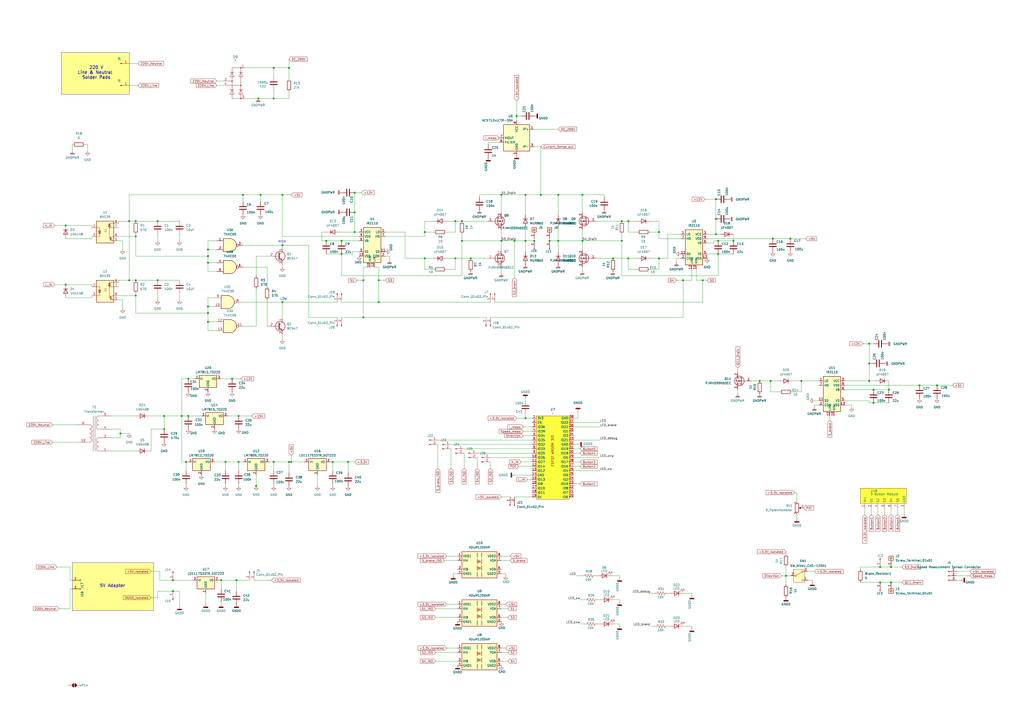
<source format=kicad_sch>
(kicad_sch (version 20250114) (generator "eeschema") (generator_version "9.0")
  (paper "A2")
  (rectangle (start 41.91 326.39) (end 88.9 354.33) (fill (type color) (color 255 255 144 1)))
  (rectangle (start 35.56 30.48) (end 74.93 54.61) (fill (type color) (color 255 255 144 1)))
  (text "220 V\nLine & Neutral \nSolder Pads" (at 55.88 42.164 0) (effects (font (size 1.778 1.778) (thickness 0.254) (bold yes))))
  (text "HIGH" (at 163.576 140.208 0) (effects (font (size 1.27 1.27))))
  (text "LOW" (at 164.592 173.482 0) (effects (font (size 1.27 1.27))))
  (text "5V Adapter" (at 65.278 339.852 0) (effects (font (size 1.778 1.778) (thickness 0.254) (bold yes))))
  (junction (at 464.82 220.98))
  (junction (at 516.89 337.82))
  (junction (at 246.38 134.62))
  (junction (at 134.62 219.71))
  (junction (at 309.88 139.7))
  (junction (at 158.75 57.15))
  (junction (at 205.74 134.62))
  (junction (at 189.23 139.7))
  (junction (at 100.33 342.9))
  (junction (at 91.44 128.27))
  (junction (at 415.29 135.89))
  (junction (at 264.16 128.27))
  (junction (at 416.56 139.7))
  (junction (at 130.81 267.97))
  (junction (at 100.33 336.55))
  (junction (at 193.04 267.97))
  (junction (at 246.38 149.86))
  (junction (at 163.83 142.24))
  (junction (at 140.97 113.03))
  (junction (at 506.73 226.06))
  (junction (at 74.93 162.56))
  (junction (at 78.74 171.45))
  (junction (at 290.83 139.7))
  (junction (at 163.83 175.26))
  (junction (at 533.4 223.52))
  (junction (at 201.93 267.97))
  (junction (at 158.75 267.97))
  (junction (at 158.75 39.37))
  (junction (at 515.62 226.06))
  (junction (at 148.59 281.8521))
  (junction (at 440.69 220.98))
  (junction (at 198.12 147.32))
  (junction (at 151.13 113.03))
  (junction (at 323.85 113.03))
  (junction (at 168.91 267.97))
  (junction (at 448.31 138.43))
  (junction (at 210.82 184.15))
  (junction (at 120.65 152.4))
  (junction (at 415.29 127))
  (junction (at 205.74 111.76))
  (junction (at 304.8 139.7))
  (junction (at 264.16 149.86))
  (junction (at 337.82 139.7))
  (junction (at 396.24 162.56))
  (junction (at 219.71 162.56))
  (junction (at 355.6 149.86))
  (junction (at 91.44 162.56))
  (junction (at 78.74 128.27))
  (junction (at 273.05 149.86))
  (junction (at 304.8 242.57))
  (junction (at 323.85 139.7))
  (junction (at 149.86 57.15))
  (junction (at 415.29 115.57))
  (junction (at 137.16 336.55))
  (junction (at 382.27 134.62))
  (junction (at 210.82 162.56))
  (junction (at 298.45 139.7))
  (junction (at 458.47 138.43))
  (junction (at 120.65 186.69))
  (junction (at 219.71 175.26))
  (junction (at 455.93 334.01))
  (junction (at 120.65 148.59))
  (junction (at 95.25 248.92))
  (junction (at 337.82 113.03))
  (junction (at 516.89 328.93))
  (junction (at 138.43 267.97))
  (junction (at 74.93 128.27))
  (junction (at 364.49 149.86))
  (junction (at 504.19 210.82))
  (junction (at 107.95 267.97))
  (junction (at 120.65 144.78))
  (junction (at 360.68 139.7))
  (junction (at 109.22 241.3))
  (junction (at 205.74 123.19))
  (junction (at 506.73 233.68))
  (junction (at 167.64 39.37))
  (junction (at 299.72 67.31))
  (junction (at 510.54 337.82))
  (junction (at 364.49 128.27))
  (junction (at 313.69 113.03))
  (junction (at 318.77 139.7))
  (junction (at 128.27 336.55))
  (junction (at 304.8 113.03))
  (junction (at 407.67 162.56))
  (junction (at 510.54 328.93))
  (junction (at 163.83 113.03))
  (junction (at 78.74 162.56))
  (junction (at 416.56 147.32))
  (junction (at 105.41 241.3))
  (junction (at 109.22 219.71))
  (junction (at 290.83 113.03))
  (junction (at 120.65 177.8))
  (junction (at 447.04 220.98))
  (junction (at 267.97 128.27))
  (junction (at 382.27 149.86))
  (junction (at 69.85 251.46))
  (junction (at 120.65 181.61))
  (junction (at 543.56 223.52))
  (junction (at 198.12 139.7))
  (junction (at 267.97 139.7))
  (junction (at 38.1 130.81))
  (junction (at 504.19 199.39))
  (junction (at 78.74 137.16))
  (junction (at 167.64 267.97))
  (junction (at 360.68 128.27))
  (junction (at 38.1 165.1))
  (junction (at 138.43 241.3))
  (junction (at 95.25 241.3))
  (junction (at 504.19 220.98))
  (junction (at 425.45 139.7))
  (wire (pts (xy 287.02 175.26) (xy 407.67 175.26)))
  (wire (pts (xy 359.41 335.28) (xy 359.41 334.01)))
  (wire (pts (xy 382.27 134.62) (xy 377.19 134.62)))
  (wire (pts (xy 120.65 181.61) (xy 120.65 177.8)))
  (wire (pts (xy 414.02 140.97) (xy 414.02 139.7)))
  (wire (pts (xy 494.03 236.22) (xy 494.03 234.95)))
  (wire (pts (xy 167.64 53.34) (xy 167.64 57.15)))
  (wire (pts (xy 120.65 191.77) (xy 125.73 191.77)))
  (wire (pts (xy 337.82 139.7) (xy 337.82 144.78)))
  (wire (pts (xy 53.34 132.08) (xy 53.34 130.81)))
  (wire (pts (xy 415.29 127) (xy 415.29 135.89)))
  (wire (pts (xy 309.88 85.09) (xy 313.69 85.09)))
  (wire (pts (xy 107.95 280.67) (xy 107.95 281.94)))
  (wire (pts (xy 120.65 144.78) (xy 125.73 144.78)))
  (wire (pts (xy 259.08 375.92) (xy 265.43 375.92)))
  (wire (pts (xy 447.04 220.98) (xy 440.69 220.98)))
  (wire (pts (xy 205.74 111.76) (xy 205.74 123.19)))
  (wire (pts (xy 78.74 128.27) (xy 91.44 128.27)))
  (wire (pts (xy 210.82 162.56) (xy 210.82 184.15)))
  (wire (pts (xy 128.27 336.55) (xy 128.27 341.63)))
  (wire (pts (xy 401.32 345.44) (xy 401.32 344.17)))
  (wire (pts (xy 543.56 223.52) (xy 552.45 223.52)))
  (wire (pts (xy 40.64 341.63) (xy 40.64 353.06)))
  (wire (pts (xy 80.01 36.83) (xy 74.93 36.83)))
  (wire (pts (xy 276.86 265.43) (xy 276.86 271.78)))
  (wire (pts (xy 86.36 241.3) (xy 95.25 241.3)))
  (wire (pts (xy 345.44 334.01) (xy 346.71 334.01)))
  (wire (pts (xy 78.74 148.59) (xy 120.65 148.59)))
  (wire (pts (xy 132.08 241.3) (xy 138.43 241.3)))
  (wire (pts (xy 501.65 298.45) (xy 501.65 294.64)))
  (wire (pts (xy 80.01 49.53) (xy 74.93 49.53)))
  (wire (pts (xy 309.88 139.7) (xy 304.8 139.7)))
  (wire (pts (xy 163.83 142.24) (xy 163.83 143.51)))
  (wire (pts (xy 163.83 153.67) (xy 163.83 154.94)))
  (wire (pts (xy 299.72 242.57) (xy 304.8 242.57)))
  (wire (pts (xy 120.65 144.78) (xy 120.65 148.59)))
  (wire (pts (xy 41.91 87.63) (xy 41.91 83.82)))
  (wire (pts (xy 447.04 220.98) (xy 447.04 227.33)))
  (wire (pts (xy 458.47 138.43) (xy 467.36 138.43)))
  (wire (pts (xy 100.33 336.55) (xy 111.76 336.55)))
  (wire (pts (xy 318.77 139.7) (xy 323.85 139.7)))
  (wire (pts (xy 64.77 261.62) (xy 78.74 261.62)))
  (wire (pts (xy 490.22 223.52) (xy 533.4 223.52)))
  (wire (pts (xy 148.59 281.8521) (xy 148.59 281.94)))
  (wire (pts (xy 219.71 175.26) (xy 284.48 175.26)))
  (wire (pts (xy 452.12 227.33) (xy 447.04 227.33)))
  (wire (pts (xy 295.91 325.12) (xy 290.83 325.12)))
  (wire (pts (xy 125.73 46.99) (xy 129.54 46.99)))
  (wire (pts (xy 332.74 255.27) (xy 347.98 255.27)))
  (wire (pts (xy 104.14 135.89) (xy 104.14 139.7)))
  (wire (pts (xy 359.41 349.25) (xy 359.41 347.98)))
  (wire (pts (xy 74.93 128.27) (xy 78.74 128.27)))
  (wire (pts (xy 78.74 171.45) (xy 78.74 181.61)))
  (wire (pts (xy 516.89 294.64) (xy 516.89 298.45)))
  (wire (pts (xy 462.28 285.75) (xy 462.28 290.83)))
  (wire (pts (xy 74.93 162.56) (xy 78.74 162.56)))
  (wire (pts (xy 290.83 139.7) (xy 290.83 144.78)))
  (wire (pts (xy 223.52 134.62) (xy 234.95 134.62)))
  (wire (pts (xy 396.24 162.56) (xy 401.32 162.56)))
  (wire (pts (xy 38.1 172.72) (xy 53.34 172.72)))
  (wire (pts (xy 318.77 138.43) (xy 318.77 139.7)))
  (wire (pts (xy 109.22 241.3) (xy 116.84 241.3)))
  (wire (pts (xy 196.85 134.62) (xy 205.74 134.62)))
  (wire (pts (xy 505.46 294.64) (xy 505.46 298.45)))
  (wire (pts (xy 198.12 139.7) (xy 208.28 139.7)))
  (wire (pts (xy 396.24 363.22) (xy 401.32 363.22)))
  (wire (pts (xy 284.48 265.43) (xy 308.61 265.43)))
  (wire (pts (xy 163.83 113.03) (xy 163.83 137.16)))
  (wire (pts (xy 74.93 113.03) (xy 140.97 113.03)))
  (wire (pts (xy 154.94 154.94) (xy 154.94 166.37)))
  (wire (pts (xy 91.44 170.18) (xy 91.44 173.99)))
  (wire (pts (xy 189.23 134.62) (xy 186.69 134.62)))
  (wire (pts (xy 219.71 154.94) (xy 219.71 162.56)))
  (wire (pts (xy 120.65 186.69) (xy 125.73 186.69)))
  (wire (pts (xy 290.83 322.58) (xy 295.91 322.58)))
  (wire (pts (xy 303.53 252.73) (xy 308.61 252.73)))
  (wire (pts (xy 377.19 363.22) (xy 379.73 363.22)))
  (wire (pts (xy 148.59 148.59) (xy 156.21 148.59)))
  (wire (pts (xy 251.46 128.27) (xy 246.38 128.27)))
  (wire (pts (xy 267.97 139.7) (xy 267.97 160.02)))
  (wire (pts (xy 87.63 248.92) (xy 87.63 261.62)))
  (wire (pts (xy 293.37 332.74) (xy 290.83 332.74)))
  (wire (pts (xy 252.73 378.46) (xy 265.43 378.46)))
  (wire (pts (xy 226.06 151.13) (xy 226.06 148.59)))
  (wire (pts (xy 130.81 267.97) (xy 138.43 267.97)))
  (wire (pts (xy 163.83 142.24) (xy 140.97 142.24)))
  (wire (pts (xy 219.71 154.94) (xy 217.17 154.94)))
  (wire (pts (xy 140.97 189.23) (xy 148.59 189.23)))
  (wire (pts (xy 369.57 149.86) (xy 364.49 149.86)))
  (wire (pts (xy 360.68 128.27) (xy 345.44 128.27)))
  (wire (pts (xy 107.95 267.97) (xy 107.95 273.05)))
  (wire (pts (xy 323.85 139.7) (xy 337.82 139.7)))
  (wire (pts (xy 298.45 139.7) (xy 298.45 161.29)))
  (wire (pts (xy 515.62 220.98) (xy 515.62 226.06)))
  (wire (pts (xy 336.55 267.97) (xy 332.74 267.97)))
  (wire (pts (xy 332.74 265.43) (xy 347.98 265.43)))
  (wire (pts (xy 208.28 137.16) (xy 163.83 137.16)))
  (wire (pts (xy 120.65 177.8) (xy 124.46 177.8)))
  (wire (pts (xy 334.01 334.01) (xy 337.82 334.01)))
  (wire (pts (xy 302.26 267.97) (xy 308.61 267.97)))
  (wire (pts (xy 455.93 334.01) (xy 455.93 328.93)))
  (wire (pts (xy 168.91 267.97) (xy 176.53 267.97)))
  (wire (pts (xy 205.74 134.62) (xy 208.28 134.62)))
  (wire (pts (xy 562.61 334.01) (xy 554.99 334.01)))
  (wire (pts (xy 130.81 267.97) (xy 130.81 273.05)))
  (wire (pts (xy 323.85 124.46) (xy 323.85 113.03)))
  (wire (pts (xy 415.29 135.89) (xy 417.83 135.89)))
  (wire (pts (xy 360.68 135.89) (xy 360.68 139.7)))
  (wire (pts (xy 346.71 361.95) (xy 347.98 361.95)))
  (wire (pts (xy 403.86 156.21) (xy 403.86 162.56)))
  (wire (pts (xy 234.95 149.86) (xy 246.38 149.86)))
  (wire (pts (xy 31.75 130.81) (xy 38.1 130.81)))
  (wire (pts (xy 95.25 241.3) (xy 105.41 241.3)))
  (wire (pts (xy 130.81 280.67) (xy 130.81 281.94)))
  (wire (pts (xy 120.65 152.4) (xy 120.65 148.59)))
  (wire (pts (xy 290.83 288.29) (xy 295.91 288.29)))
  (wire (pts (xy 78.74 135.89) (xy 78.74 137.16)))
  (wire (pts (xy 205.74 111.76) (xy 209.55 111.76)))
  (wire (pts (xy 223.52 137.16) (xy 246.38 137.16)))
  (wire (pts (xy 142.24 39.37) (xy 158.75 39.37)))
  (wire (pts (xy 440.69 220.98) (xy 435.61 220.98)))
  (wire (pts (xy 472.44 236.22) (xy 472.44 234.95)))
  (wire (pts (xy 64.77 241.3) (xy 78.74 241.3)))
  (wire (pts (xy 262.89 332.74) (xy 265.43 332.74)))
  (wire (pts (xy 184.15 275.59) (xy 184.15 281.94)))
  (wire (pts (xy 120.65 157.48) (xy 125.73 157.48)))
  (wire (pts (xy 337.82 157.48) (xy 337.82 154.94)))
  (wire (pts (xy 158.75 280.67) (xy 158.75 281.94)))
  (wire (pts (xy 264.16 149.86) (xy 264.16 156.21)))
  (wire (pts (xy 396.24 162.56) (xy 396.24 184.15)))
  (wire (pts (xy 298.45 139.7) (xy 290.83 139.7)))
  (wire (pts (xy 500.38 199.39) (xy 504.19 199.39)))
  (wire (pts (xy 92.71 336.55) (xy 100.33 336.55)))
  (wire (pts (xy 337.82 123.19) (xy 337.82 113.03)))
  (wire (pts (xy 355.6 149.86) (xy 345.44 149.86)))
  (wire (pts (xy 147.32 336.55) (xy 157.48 336.55)))
  (wire (pts (xy 68.58 137.16) (xy 78.74 137.16)))
  (wire (pts (xy 251.46 149.86) (xy 246.38 149.86)))
  (wire (pts (xy 167.64 267.97) (xy 167.64 274.32)))
  (wire (pts (xy 210.82 154.94) (xy 210.82 162.56)))
  (wire (pts (xy 246.38 134.62) (xy 246.38 137.16)))
  (wire (pts (xy 408.94 115.57) (xy 415.29 115.57)))
  (wire (pts (xy 261.62 257.81) (xy 308.61 257.81)))
  (wire (pts (xy 355.6 347.98) (xy 359.41 347.98)))
  (wire (pts (xy 87.63 331.47) (xy 92.71 331.47)))
  (wire (pts (xy 168.91 264.16) (xy 168.91 267.97)))
  (wire (pts (xy 472.44 232.41) (xy 474.98 232.41)))
  (wire (pts (xy 105.41 241.3) (xy 105.41 219.71)))
  (wire (pts (xy 40.64 328.93) (xy 40.64 336.55)))
  (wire (pts (xy 471.17 336.55) (xy 468.63 336.55)))
  (wire (pts (xy 481.33 243.84) (xy 481.33 241.3)))
  (wire (pts (xy 369.57 128.27) (xy 364.49 128.27)))
  (wire (pts (xy 226.06 148.59) (xy 223.52 148.59)))
  (wire (pts (xy 246.38 134.62) (xy 251.46 134.62)))
  (wire (pts (xy 40.64 336.55) (xy 41.91 336.55)))
  (wire (pts (xy 120.65 144.78) (xy 120.65 139.7)))
  (wire (pts (xy 140.97 113.03) (xy 140.97 116.84)))
  (wire (pts (xy 210.82 184.15) (xy 281.94 184.15)))
  (wire (pts (xy 104.14 342.9) (xy 100.33 342.9)))
  (wire (pts (xy 336.55 280.67) (xy 332.74 280.67)))
  (wire (pts (xy 91.44 342.9) (xy 100.33 342.9)))
  (wire (pts (xy 461.01 285.75) (xy 462.28 285.75)))
  (wire (pts (xy 336.55 361.95) (xy 339.09 361.95)))
  (wire (pts (xy 504.19 199.39) (xy 504.19 210.82)))
  (wire (pts (xy 201.93 267.97) (xy 201.93 274.32)))
  (wire (pts (xy 167.64 267.97) (xy 168.91 267.97)))
  (wire (pts (xy 504.19 232.41) (xy 490.22 232.41)))
  (wire (pts (xy 382.27 128.27) (xy 382.27 134.62)))
  (wire (pts (xy 302.26 67.31) (xy 299.72 67.31)))
  (wire (pts (xy 156.21 267.97) (xy 158.75 267.97)))
  (wire (pts (xy 347.98 273.05) (xy 332.74 273.05)))
  (wire (pts (xy 78.74 181.61) (xy 120.65 181.61)))
  (wire (pts (xy 407.67 162.56) (xy 403.86 162.56)))
  (wire (pts (xy 335.28 238.76) (xy 335.28 242.57)))
  (wire (pts (xy 294.64 383.54) (xy 290.83 383.54)))
  (wire (pts (xy 377.19 128.27) (xy 382.27 128.27)))
  (wire (pts (xy 464.82 220.98) (xy 464.82 227.33)))
  (wire (pts (xy 303.53 250.19) (xy 308.61 250.19)))
  (wire (pts (xy 120.65 186.69) (xy 120.65 191.77)))
  (wire (pts (xy 337.82 133.35) (xy 337.82 139.7)))
  (wire (pts (xy 387.35 135.89) (xy 387.35 149.86)))
  (wire (pts (xy 304.8 113.03) (xy 313.69 113.03)))
  (wire (pts (xy 284.48 267.97) (xy 284.48 271.78)))
  (wire (pts (xy 414.02 139.7) (xy 416.56 139.7)))
  (wire (pts (xy 416.56 139.7) (xy 425.45 139.7)))
  (wire (pts (xy 504.19 220.98) (xy 508 220.98)))
  (wire (pts (xy 139.7 175.26) (xy 163.83 175.26)))
  (wire (pts (xy 499.11 337.82) (xy 510.54 337.82)))
  (wire (pts (xy 109.22 267.97) (xy 107.95 267.97)))
  (wire (pts (xy 355.6 361.95) (xy 359.41 361.95)))
  (wire (pts (xy 392.43 162.56) (xy 396.24 162.56)))
  (wire (pts (xy 360.68 160.02) (xy 416.56 160.02)))
  (wire (pts (xy 91.44 135.89) (xy 91.44 139.7)))
  (wire (pts (xy 137.16 336.55) (xy 137.16 342.9)))
  (wire (pts (xy 382.27 134.62) (xy 382.27 138.43)))
  (wire (pts (xy 304.8 242.57) (xy 308.61 242.57)))
  (wire (pts (xy 490.22 220.98) (xy 504.19 220.98)))
  (wire (pts (xy 299.72 67.31) (xy 299.72 69.85)))
  (wire (pts (xy 254 257.81) (xy 254 271.78)))
  (wire (pts (xy 68.58 163.83) (xy 68.58 162.56)))
  (wire (pts (xy 455.93 334.01) (xy 455.93 339.09)))
  (wire (pts (xy 401.32 364.49) (xy 401.32 363.22)))
  (wire (pts (xy 284.48 184.15) (xy 396.24 184.15)))
  (wire (pts (xy 68.58 162.56) (xy 74.93 162.56)))
  (wire (pts (xy 337.82 113.03) (xy 350.52 113.03)))
  (wire (pts (xy 506.73 233.68) (xy 515.62 233.68)))
  (wire (pts (xy 168.91 113.03) (xy 163.83 113.03)))
  (wire (pts (xy 303.53 247.65) (xy 308.61 247.65)))
  (wire (pts (xy 533.4 223.52) (xy 543.56 223.52)))
  (wire (pts (xy 193.04 267.97) (xy 193.04 273.05)))
  (wire (pts (xy 53.34 137.16) (xy 53.34 138.43)))
  (wire (pts (xy 323.85 139.7) (xy 323.85 146.05)))
  (wire (pts (xy 167.64 45.72) (xy 167.64 39.37)))
  (wire (pts (xy 252.73 383.54) (xy 265.43 383.54)))
  (wire (pts (xy 191.77 267.97) (xy 193.04 267.97)))
  (wire (pts (xy 410.21 147.32) (xy 416.56 147.32)))
  (wire (pts (xy 264.16 149.86) (xy 273.05 149.86)))
  (wire (pts (xy 120.65 139.7) (xy 125.73 139.7)))
  (wire (pts (xy 506.73 226.06) (xy 515.62 226.06)))
  (wire (pts (xy 283.21 82.55) (xy 283.21 83.82)))
  (wire (pts (xy 50.8 83.82) (xy 50.8 87.63)))
  (wire (pts (xy 105.41 241.3) (xy 105.41 267.97)))
  (wire (pts (xy 448.31 138.43) (xy 458.47 138.43)))
  (wire (pts (xy 290.83 123.19) (xy 290.83 113.03)))
  (wire (pts (xy 387.35 344.17) (xy 388.62 344.17)))
  (wire (pts (xy 210.82 154.94) (xy 214.63 154.94)))
  (wire (pts (xy 294.64 358.14) (xy 290.83 358.14)))
  (wire (pts (xy 149.86 57.15) (xy 142.24 57.15)))
  (wire (pts (xy 138.43 280.67) (xy 138.43 281.94)))
  (wire (pts (xy 396.24 344.17) (xy 401.32 344.17)))
  (wire (pts (xy 354.33 334.01) (xy 359.41 334.01)))
  (wire (pts (xy 332.74 242.57) (xy 335.28 242.57)))
  (wire (pts (xy 453.39 334.01) (xy 455.93 334.01)))
  (wire (pts (xy 278.13 113.03) (xy 278.13 114.3)))
  (wire (pts (xy 304.8 139.7) (xy 304.8 146.05)))
  (wire (pts (xy 289.56 82.55) (xy 283.21 82.55)))
  (wire (pts (xy 298.45 275.59) (xy 308.61 275.59)))
  (wire (pts (xy 416.56 147.32) (xy 425.45 147.32)))
  (wire (pts (xy 30.48 246.38) (xy 44.45 246.38)))
  (wire (pts (xy 299.72 58.42) (xy 299.72 67.31)))
  (wire (pts (xy 105.41 241.3) (xy 109.22 241.3)))
  (wire (pts (xy 154.94 173.99) (xy 154.94 189.23)))
  (wire (pts (xy 472.44 234.95) (xy 474.98 234.95)))
  (wire (pts (xy 71.12 173.99) (xy 71.12 179.07)))
  (wire (pts (xy 163.83 142.24) (xy 179.07 142.24)))
  (wire (pts (xy 246.38 156.21) (xy 251.46 156.21)))
  (wire (pts (xy 138.43 267.97) (xy 138.43 273.05)))
  (wire (pts (xy 259.08 128.27) (xy 264.16 128.27)))
  (wire (pts (xy 304.8 232.41) (xy 304.8 231.14)))
  (wire (pts (xy 304.8 124.46) (xy 304.8 113.03)))
  (wire (pts (xy 364.49 128.27) (xy 364.49 134.62)))
  (wire (pts (xy 410.21 135.89) (xy 415.29 135.89)))
  (wire (pts (xy 125.73 49.53) (xy 129.54 49.53)))
  (wire (pts (xy 252.73 353.06) (xy 265.43 353.06)))
  (wire (pts (xy 313.69 113.03) (xy 323.85 113.03)))
  (wire (pts (xy 394.97 135.89) (xy 387.35 135.89)))
  (wire (pts (xy 128.27 349.25) (xy 128.27 350.52)))
  (wire (pts (xy 252.73 358.14) (xy 265.43 358.14)))
  (wire (pts (xy 140.97 154.94) (xy 154.94 154.94)))
  (wire (pts (xy 509.27 294.64) (xy 509.27 298.45)))
  (wire (pts (xy 120.65 152.4) (xy 120.65 157.48)))
  (wire (pts (xy 392.43 149.86) (xy 394.97 149.86)))
  (wire (pts (xy 415.29 115.57) (xy 415.29 127)))
  (wire (pts (xy 323.85 113.03) (xy 337.82 113.03)))
  (wire (pts (xy 410.21 138.43) (xy 448.31 138.43)))
  (wire (pts (xy 134.62 219.71) (xy 139.7 219.71)))
  (wire (pts (xy 407.67 162.56) (xy 407.67 175.26)))
  (wire (pts (xy 68.58 128.27) (xy 74.93 128.27)))
  (wire (pts (xy 186.69 134.62) (xy 186.69 139.7)))
  (wire (pts (xy 510.54 328.93) (xy 499.11 328.93)))
  (wire (pts (xy 335.28 257.81) (xy 332.74 257.81)))
  (wire (pts (xy 198.12 147.32) (xy 204.47 147.32)))
  (wire (pts (xy 523.24 328.93) (xy 516.89 328.93)))
  (wire (pts (xy 261.62 260.35) (xy 261.62 271.78)))
  (wire (pts (xy 455.93 334.01) (xy 458.47 334.01)))
  (wire (pts (xy 360.68 139.7) (xy 360.68 160.02)))
  (wire (pts (xy 336.55 270.51) (xy 332.74 270.51)))
  (wire (pts (xy 105.41 219.71) (xy 109.22 219.71)))
  (wire (pts (xy 91.44 346.71) (xy 91.44 342.9)))
  (wire (pts (xy 259.08 156.21) (xy 264.16 156.21)))
  (wire (pts (xy 34.29 353.06) (xy 40.64 353.06)))
  (wire (pts (xy 427.99 226.06) (xy 427.99 228.6)))
  (wire (pts (xy 462.28 300.99) (xy 462.28 298.45)))
  (wire (pts (xy 71.12 139.7) (xy 71.12 144.78)))
  (wire (pts (xy 68.58 139.7) (xy 71.12 139.7)))
  (wire (pts (xy 186.69 139.7) (xy 189.23 139.7)))
  (wire (pts (xy 158.75 267.97) (xy 167.64 267.97)))
  (wire (pts (xy 294.64 378.46) (xy 290.83 378.46)))
  (wire (pts (xy 64.77 248.92) (xy 69.85 248.92)))
  (wire (pts (xy 427.99 213.36) (xy 427.99 215.9)))
  (wire (pts (xy 158.75 44.45) (xy 158.75 39.37)))
  (wire (pts (xy 207.01 162.56) (xy 210.82 162.56)))
  (wire (pts (xy 193.04 280.67) (xy 193.04 281.94)))
  (wire (pts (xy 167.64 39.37) (xy 158.75 39.37)))
  (wire (pts (xy 336.55 262.89) (xy 332.74 262.89)))
  (wire (pts (xy 364.49 128.27) (xy 360.68 128.27)))
  (wire (pts (xy 87.63 346.71) (xy 91.44 346.71)))
  (wire (pts (xy 234.95 134.62) (xy 234.95 149.86)))
  (wire (pts (xy 290.83 158.75) (xy 290.83 154.94)))
  (wire (pts (xy 513.08 294.64) (xy 513.08 298.45)))
  (wire (pts (xy 137.16 336.55) (xy 144.78 336.55)))
  (wire (pts (xy 313.69 85.09) (xy 313.69 113.03)))
  (wire (pts (xy 158.75 57.15) (xy 149.86 57.15)))
  (wire (pts (xy 68.58 171.45) (xy 78.74 171.45)))
  (wire (pts (xy 107.95 267.97) (xy 105.41 267.97)))
  (wire (pts (xy 516.89 337.82) (xy 523.24 337.82)))
  (wire (pts (xy 120.65 181.61) (xy 120.65 186.69)))
  (wire (pts (xy 120.65 172.72) (xy 124.46 172.72)))
  (wire (pts (xy 290.83 375.92) (xy 293.37 375.92)))
  (wire (pts (xy 346.71 347.98) (xy 347.98 347.98)))
  (wire (pts (xy 382.27 156.21) (xy 377.19 156.21)))
  (wire (pts (xy 91.44 162.56) (xy 104.14 162.56)))
  (wire (pts (xy 394.97 138.43) (xy 382.27 138.43)))
  (wire (pts (xy 377.19 344.17) (xy 379.73 344.17)))
  (wire (pts (xy 520.7 294.64) (xy 520.7 298.45)))
  (wire (pts (xy 53.34 171.45) (xy 53.34 172.72)))
  (wire (pts (xy 309.88 74.93) (xy 323.85 74.93)))
  (wire (pts (xy 109.22 219.71) (xy 113.03 219.71)))
  (wire (pts (xy 86.36 261.62) (xy 87.63 261.62)))
  (wire (pts (xy 78.74 137.16) (xy 78.74 148.59)))
  (wire (pts (xy 246.38 128.27) (xy 246.38 134.62)))
  (wire (pts (xy 350.52 113.03) (xy 350.52 114.3)))
  (wire (pts (xy 158.75 52.07) (xy 158.75 57.15)))
  (wire (pts (xy 516.89 328.93) (xy 510.54 328.93)))
  (wire (pts (xy 127 336.55) (xy 128.27 336.55)))
  (wire (pts (xy 504.19 210.82) (xy 504.19 220.98)))
  (wire (pts (xy 148.59 160.02) (xy 148.59 148.59)))
  (wire (pts (xy 78.74 162.56) (xy 91.44 162.56)))
  (wire (pts (xy 140.97 113.03) (xy 151.13 113.03)))
  (wire (pts (xy 276.86 262.89) (xy 308.61 262.89)))
  (wire (pts (xy 257.81 325.12) (xy 265.43 325.12)))
  (wire (pts (xy 369.57 134.62) (xy 364.49 134.62)))
  (wire (pts (xy 557.53 336.55) (xy 554.99 336.55)))
  (wire (pts (xy 290.83 113.03) (xy 278.13 113.03)))
  (wire (pts (xy 464.82 227.33) (xy 459.74 227.33)))
  (wire (pts (xy 359.41 363.22) (xy 359.41 361.95)))
  (wire (pts (xy 154.94 189.23) (xy 156.21 189.23)))
  (wire (pts (xy 128.27 219.71) (xy 134.62 219.71)))
  (wire (pts (xy 124.46 267.97) (xy 130.81 267.97)))
  (wire (pts (xy 410.21 140.97) (xy 414.02 140.97)))
  (wire (pts (xy 33.02 328.93) (xy 40.64 328.93)))
  (wire (pts (xy 459.74 220.98) (xy 464.82 220.98)))
  (wire (pts (xy 68.58 173.99) (xy 71.12 173.99)))
  (wire (pts (xy 91.44 128.27) (xy 104.14 128.27)))
  (wire (pts (xy 293.37 350.52) (xy 290.83 350.52)))
  (wire (pts (xy 416.56 147.32) (xy 416.56 160.02)))
  (wire (pts (xy 259.08 134.62) (xy 264.16 134.62)))
  (wire (pts (xy 401.32 156.21) (xy 401.32 162.56)))
  (wire (pts (xy 364.49 149.86) (xy 364.49 156.21)))
  (wire (pts (xy 369.57 156.21) (xy 364.49 156.21)))
  (wire (pts (xy 151.13 113.03) (xy 151.13 116.84)))
  (wire (pts (xy 410.21 162.56) (xy 407.67 162.56)))
  (wire (pts (xy 387.35 363.22) (xy 388.62 363.22)))
  (wire (pts (xy 300.99 270.51) (xy 308.61 270.51)))
  (wire (pts (xy 69.85 251.46) (xy 69.85 254)))
  (wire (pts (xy 69.85 248.92) (xy 69.85 251.46)))
  (wire (pts (xy 468.63 331.47) (xy 472.44 331.47)))
  (wire (pts (xy 332.74 247.65) (xy 347.98 247.65)))
  (wire (pts (xy 179.07 142.24) (xy 179.07 184.15)))
  (wire (pts (xy 163.83 196.85) (xy 163.83 194.31)))
  (wire (pts (xy 377.19 149.86) (xy 382.27 149.86)))
  (wire (pts (xy 336.55 347.98) (xy 339.09 347.98)))
  (wire (pts (xy 104.14 170.18) (xy 104.14 173.99)))
  (wire (pts (xy 504.19 199.39) (xy 506.73 199.39)))
  (wire (pts (xy 347.98 245.11) (xy 332.74 245.11)))
  (wire (pts (xy 78.74 170.18) (xy 78.74 171.45)))
  (wire (pts (xy 269.24 262.89) (xy 269.24 271.78)))
  (wire (pts (xy 510.54 337.82) (xy 516.89 337.82)))
  (wire (pts (xy 69.85 254) (xy 64.77 254)))
  (wire (pts (xy 306.07 278.13) (xy 308.61 278.13)))
  (wire (pts (xy 198.12 175.26) (xy 219.71 175.26)))
  (wire (pts (xy 387.35 149.86) (xy 382.27 149.86)))
  (wire (pts (xy 148.59 275.59) (xy 148.59 281.8521)))
  (wire (pts (xy 189.23 147.32) (xy 198.12 147.32)))
  (wire (pts (xy 87.63 248.92) (xy 95.25 248.92)))
  (wire (pts (xy 219.71 162.56) (xy 219.71 175.26)))
  (wire (pts (xy 198.12 147.32) (xy 198.12 160.02)))
  (wire (pts (xy 95.25 241.3) (xy 95.25 248.92)))
  (wire (pts (xy 490.22 226.06) (xy 506.73 226.06)))
  (wire (pts (xy 304.8 139.7) (xy 298.45 139.7)))
  (wire (pts (xy 198.12 184.15) (xy 210.82 184.15)))
  (wire (pts (xy 290.83 133.35) (xy 290.83 139.7)))
  (wire (pts (xy 267.97 139.7) (xy 290.83 139.7)))
  (wire (pts (xy 309.88 139.7) (xy 309.88 138.43)))
  (wire (pts (xy 304.8 132.08) (xy 304.8 139.7)))
  (wire (pts (xy 74.93 113.03) (xy 74.93 128.27)))
  (wire (pts (xy 53.34 166.37) (xy 53.34 165.1)))
  (wire (pts (xy 293.37 334.01) (xy 293.37 332.74)))
  (wire (pts (xy 120.65 152.4) (xy 125.73 152.4)))
  (wire (pts (xy 294.64 353.06) (xy 290.83 353.06)))
  (wire (pts (xy 264.16 128.27) (xy 267.97 128.27)))
  (wire (pts (xy 504.19 210.82) (xy 505.46 210.82)))
  (wire (pts (xy 246.38 149.86) (xy 246.38 156.21)))
  (wire (pts (xy 189.23 139.7) (xy 198.12 139.7)))
  (wire (pts (xy 204.47 146.05) (xy 204.47 147.32)))
  (wire (pts (xy 425.45 135.89) (xy 425.45 139.7)))
  (wire (pts (xy 392.43 152.4) (xy 392.43 149.86)))
  (wire (pts (xy 163.83 175.26) (xy 195.58 175.26)))
  (wire (pts (xy 223.52 162.56) (xy 219.71 162.56)))
  (wire (pts (xy 120.65 172.72) (xy 120.65 177.8)))
  (wire (pts (xy 267.97 128.27) (xy 283.21 128.27)))
  (wire (pts (xy 138.43 241.3) (xy 146.05 241.3)))
  (wire (pts (xy 562.61 331.47) (xy 554.99 331.47)))
  (wire (pts (xy 304.8 242.57) (xy 304.8 240.03)))
  (wire (pts (xy 382.27 149.86) (xy 382.27 156.21)))
  (wire (pts (xy 31.75 165.1) (xy 38.1 165.1)))
  (wire (pts (xy 499.11 328.93) (xy 499.11 330.2)))
  (wire (pts (xy 128.27 336.55) (xy 137.16 336.55)))
  (wire (pts (xy 40.64 341.63) (xy 41.91 341.63)))
  (wire (pts (xy 74.93 128.27) (xy 74.93 162.56)))
  (wire (pts (xy 151.13 113.03) (xy 163.83 113.03)))
  (wire (pts (xy 259.08 322.58) (xy 265.43 322.58)))
  (wire (pts (xy 455.93 320.04) (xy 455.93 321.31)))
  (wire (pts (xy 524.51 298.45) (xy 524.51 294.64)))
  (wire (pts (xy 49.53 83.82) (xy 50.8 83.82)))
  (wire (pts (xy 104.14 351.79) (xy 104.14 342.9)))
  (wire (pts (xy 163.83 175.26) (xy 163.83 184.15)))
  (wire (pts (xy 474.98 220.98) (xy 464.82 220.98)))
  (wire (pts (xy 267.97 135.89) (xy 267.97 139.7)))
  (wire (pts (xy 304.8 113.03) (xy 290.83 113.03)))
  (wire (pts (xy 264.16 128.27) (xy 264.16 134.62)))
  (wire (pts (xy 138.43 267.97) (xy 140.97 267.97)))
  (wire (pts (xy 298.45 288.29) (xy 308.61 288.29)))
  (wire (pts (xy 148.59 189.23) (xy 148.59 167.64)))
  (wire (pts (xy 504.19 233.68) (xy 504.19 232.41)))
  (wire (pts (xy 205.74 123.19) (xy 205.74 134.62)))
  (wire (pts (xy 119.38 344.17) (xy 119.38 350.52)))
  (wire (pts (xy 179.07 184.15) (xy 195.58 184.15)))
  (wire (pts (xy 92.71 331.47) (xy 92.71 336.55)))
  (wire (pts (xy 259.08 149.86) (xy 264.16 149.86)))
  (wire (pts (xy 360.68 139.7) (xy 337.82 139.7)))
  (wire (pts (xy 30.48 256.54) (xy 44.45 256.54)))
  (wire (pts (xy 471.17 336.55) (xy 471.17 337.82)))
  (wire (pts (xy 452.12 220.98) (xy 447.04 220.98)))
  (wire (pts (xy 167.64 34.29) (xy 167.64 39.37)))
  (wire (pts (xy 323.85 132.08) (xy 323.85 139.7)))
  (wire (pts (xy 198.12 160.02) (xy 267.97 160.02)))
  (wire (pts (xy 504.19 233.68) (xy 506.73 233.68)))
  (wire (pts (xy 494.03 234.95) (xy 490.22 234.95)))
  (wire (pts (xy 193.04 267.97) (xy 201.93 267.97)))
  (wire (pts (xy 254 255.27) (xy 308.61 255.27)))
  (wire (pts (xy 68.58 129.54) (xy 68.58 128.27)))
  (wire (pts (xy 158.75 57.15) (xy 167.64 57.15)))
  (wire (pts (xy 38.1 130.81) (xy 53.34 130.81)))
  (wire (pts (xy 332.74 260.35) (xy 336.55 260.35)))
  (wire (pts (xy 273.05 149.86) (xy 283.21 149.86)))
  (wire (pts (xy 38.1 138.43) (xy 53.34 138.43)))
  (wire (pts (xy 201.93 267.97) (xy 205.74 267.97)))
  (wire (pts (xy 38.1 165.1) (xy 53.34 165.1)))
  (wire (pts (xy 269.24 260.35) (xy 308.61 260.35)))
  (wire (pts (xy 364.49 149.86) (xy 355.6 149.86)))
  (wire (pts (xy 158.75 267.97) (xy 158.75 273.05)))
  (wire (pts (xy 69.85 251.46) (xy 74.93 251.46)))
  (wire (pts (xy 262.89 334.01) (xy 262.89 332.74)))
  (wire (pts (xy 259.08 350.52) (xy 265.43 350.52)))
  (wire (pts (xy 208.28 146.05) (xy 204.47 146.05)))
  (label "LED_brake" (at 377.19 363.22 180))
  (label "LED" (at 347.98 245.11 0))
  (label "LED_brake" (at 347.98 247.65 0))
  (label "S3_Drain" (at 290.83 139.7 0))
  (label "LED_cw" (at 347.98 273.05 0))
  (label "S1_Drain" (at 290.83 113.03 0))
  (label "S4_Drain" (at 337.82 139.7 0))
  (label "LED_cw" (at 336.55 347.98 180))
  (label "LED_debug" (at 377.19 344.17 180))
  (label "LED_debug" (at 347.98 255.27 0))
  (label "LED_ccw" (at 347.98 265.43 0))
  (label "LED_ccw" (at 336.55 361.95 180))
  (label "LED" (at 334.01 334.01 180))
  (global_label "220V_Line" (shape input) (at 30.48 256.54 180) (property "Intersheetrefs" "${INTERSHEET_REFS}" (effects (hide yes))))
  (global_label "+5V_Isolated" (shape input) (at 562.61 331.47 0) (property "Intersheetrefs" "${INTERSHEET_REFS}" (effects (hide yes))))
  (global_label "+5V" (shape input) (at 168.91 264.16 90) (property "Intersheetrefs" "${INTERSHEET_REFS}" (effects (hide yes))))
  (global_label "Button4" (shape input) (at 516.89 298.45 270) (property "Intersheetrefs" "${INTERSHEET_REFS}" (effects (hide yes))))
  (global_label "POT" (shape input) (at 300.99 270.51 180) (property "Intersheetrefs" "${INTERSHEET_REFS}" (effects (hide yes))))
  (global_label "L_IN" (shape input) (at 306.07 278.13 180) (property "Intersheetrefs" "${INTERSHEET_REFS}" (effects (hide yes))))
  (global_label "220V_Line" (shape input) (at 33.02 328.93 180) (property "Intersheetrefs" "${INTERSHEET_REFS}" (effects (hide yes))))
  (global_label "+5V" (shape input) (at 295.91 322.58 0) (property "Intersheetrefs" "${INTERSHEET_REFS}" (effects (hide yes))))
  (global_label "POT" (shape input) (at 466.09 294.64 0) (property "Intersheetrefs" "${INTERSHEET_REFS}" (effects (hide yes))))
  (global_label "220V_Neutral" (shape input) (at 125.73 46.99 180) (property "Intersheetrefs" "${INTERSHEET_REFS}" (effects (hide yes))))
  (global_label "Button3" (shape input) (at 513.08 298.45 270) (property "Intersheetrefs" "${INTERSHEET_REFS}" (effects (hide yes))))
  (global_label "S3" (shape input) (at 294.64 358.14 0) (property "Intersheetrefs" "${INTERSHEET_REFS}" (effects (hide yes))))
  (global_label "S_brake_ISO" (shape input) (at 257.81 325.12 180) (property "Intersheetrefs" "${INTERSHEET_REFS}" (effects (hide yes))))
  (global_label "+12V" (shape input) (at 209.55 111.76 0) (property "Intersheetrefs" "${INTERSHEET_REFS}" (effects (hide yes))))
  (global_label "L_IN" (shape input) (at 31.75 165.1 180) (property "Intersheetrefs" "${INTERSHEET_REFS}" (effects (hide yes))))
  (global_label "Current_Sense_out" (shape input) (at 313.69 85.09 0) (property "Intersheetrefs" "${INTERSHEET_REFS}" (effects (hide yes))))
  (global_label "S_brake" (shape input) (at 295.91 325.12 0) (property "Intersheetrefs" "${INTERSHEET_REFS}" (effects (hide yes))))
  (global_label "Direction" (shape input) (at 303.53 252.73 180) (property "Intersheetrefs" "${INTERSHEET_REFS}" (effects (hide yes))))
  (global_label "+3.3V_Isolated" (shape input) (at 259.08 350.52 180) (property "Intersheetrefs" "${INTERSHEET_REFS}" (effects (hide yes))))
  (global_label "+3.3V_Isolated" (shape input) (at 259.08 375.92 180) (property "Intersheetrefs" "${INTERSHEET_REFS}" (effects (hide yes))))
  (global_label "+3.3V_Isolated" (shape input) (at 157.48 336.55 0) (property "Intersheetrefs" "${INTERSHEET_REFS}" (effects (hide yes))))
  (global_label "220V_Neutral" (shape input) (at 34.29 353.06 180) (property "Intersheetrefs" "${INTERSHEET_REFS}" (effects (hide yes))))
  (global_label "I_meas" (shape input) (at 289.56 80.01 180) (property "Intersheetrefs" "${INTERSHEET_REFS}" (effects (hide yes))))
  (global_label "+3.3V_Isolated" (shape input) (at 455.93 320.04 180) (property "Intersheetrefs" "${INTERSHEET_REFS}" (effects (hide yes))))
  (global_label "S1" (shape input) (at 207.01 162.56 180) (property "Intersheetrefs" "${INTERSHEET_REFS}" (effects (hide yes))))
  (global_label "DC_200V" (shape input) (at 323.85 74.93 0) (property "Intersheetrefs" "${INTERSHEET_REFS}" (effects (hide yes))))
  (global_label "+5V_Isolated" (shape input) (at 299.72 58.42 90) (property "Intersheetrefs" "${INTERSHEET_REFS}" (effects (hide yes))))
  (global_label "S3_ISO" (shape input) (at 252.73 358.14 180) (property "Intersheetrefs" "${INTERSHEET_REFS}" (effects (hide yes))))
  (global_label "+5V_Isolated" (shape input) (at 87.63 331.47 180) (property "Intersheetrefs" "${INTERSHEET_REFS}" (effects (hide yes))))
  (global_label "+5V_Isolated" (shape input) (at 290.83 288.29 180) (property "Intersheetrefs" "${INTERSHEET_REFS}" (effects (hide yes))))
  (global_label "220V_Line" (shape input) (at 80.01 49.53 0) (property "Intersheetrefs" "${INTERSHEET_REFS}" (effects (hide yes))))
  (global_label "S2_ISO" (shape input) (at 284.48 271.78 270) (property "Intersheetrefs" "${INTERSHEET_REFS}" (effects (hide yes))))
  (global_label "+15V" (shape input) (at 146.05 241.3 0) (property "Intersheetrefs" "${INTERSHEET_REFS}" (effects (hide yes))))
  (global_label "+3.3V_Isolated" (shape input) (at 461.01 285.75 180) (property "Intersheetrefs" "${INTERSHEET_REFS}" (effects (hide yes))))
  (global_label "+3.3V_Isolated" (shape input) (at 259.08 322.58 180) (property "Intersheetrefs" "${INTERSHEET_REFS}" (effects (hide yes))))
  (global_label "+3.3V_Isolated" (shape input) (at 472.44 331.47 0) (property "Intersheetrefs" "${INTERSHEET_REFS}" (effects (hide yes))))
  (global_label "S3_Drain" (shape input) (at 298.45 161.29 270) (property "Intersheetrefs" "${INTERSHEET_REFS}" (effects (hide yes))))
  (global_label "Button3" (shape input) (at 336.55 267.97 0) (property "Intersheetrefs" "${INTERSHEET_REFS}" (effects (hide yes))))
  (global_label "220V_Neutral" (shape input) (at 80.01 36.83 0) (property "Intersheetrefs" "${INTERSHEET_REFS}" (effects (hide yes))))
  (global_label "+3.3V" (shape input) (at 205.74 267.97 0) (property "Intersheetrefs" "${INTERSHEET_REFS}" (effects (hide yes))))
  (global_label "Button5" (shape input) (at 520.7 298.45 270) (property "Intersheetrefs" "${INTERSHEET_REFS}" (effects (hide yes))))
  (global_label "+12V" (shape input) (at 139.7 219.71 0) (property "Intersheetrefs" "${INTERSHEET_REFS}" (effects (hide yes))))
  (global_label "S2" (shape input) (at 294.64 378.46 0) (property "Intersheetrefs" "${INTERSHEET_REFS}" (effects (hide yes))))
  (global_label "Speed_meas" (shape input) (at 562.61 334.01 0) (property "Intersheetrefs" "${INTERSHEET_REFS}" (effects (hide yes))))
  (global_label "Button1" (shape input) (at 336.55 280.67 0) (property "Intersheetrefs" "${INTERSHEET_REFS}" (effects (hide yes))))
  (global_label "220V_Neutral" (shape input) (at 30.48 246.38 180) (property "Intersheetrefs" "${INTERSHEET_REFS}" (effects (hide yes))))
  (global_label "H_IN" (shape input) (at 31.75 130.81 180) (property "Intersheetrefs" "${INTERSHEET_REFS}" (effects (hide yes))))
  (global_label "S_brake" (shape input) (at 481.33 243.84 270) (property "Intersheetrefs" "${INTERSHEET_REFS}" (effects (hide yes))))
  (global_label "S3_ISO" (shape input) (at 261.62 271.78 270) (property "Intersheetrefs" "${INTERSHEET_REFS}" (effects (hide yes))))
  (global_label "+3.3V_Isolated" (shape input) (at 501.65 298.45 270) (property "Intersheetrefs" "${INTERSHEET_REFS}" (effects (hide yes))))
  (global_label "+5V" (shape input) (at 552.45 223.52 0) (property "Intersheetrefs" "${INTERSHEET_REFS}" (effects (hide yes))))
  (global_label "Button5" (shape input) (at 336.55 260.35 0) (property "Intersheetrefs" "${INTERSHEET_REFS}" (effects (hide yes))))
  (global_label "Q11_Drain" (shape input) (at 427.99 213.36 90) (property "Intersheetrefs" "${INTERSHEET_REFS}" (effects (hide yes))))
  (global_label "I_meas" (shape input) (at 303.53 247.65 180) (property "Intersheetrefs" "${INTERSHEET_REFS}" (effects (hide yes))))
  (global_label "Button1" (shape input) (at 505.46 298.45 270) (property "Intersheetrefs" "${INTERSHEET_REFS}" (effects (hide yes))))
  (global_label "S1" (shape input) (at 294.64 353.06 0) (property "Intersheetrefs" "${INTERSHEET_REFS}" (effects (hide yes))))
  (global_label "Direction" (shape input) (at 453.39 334.01 180) (property "Intersheetrefs" "${INTERSHEET_REFS}" (effects (hide yes))))
  (global_label "220V_Line" (shape input) (at 125.73 49.53 180) (property "Intersheetrefs" "${INTERSHEET_REFS}" (effects (hide yes))))
  (global_label "Button2" (shape input) (at 509.27 298.45 270) (property "Intersheetrefs" "${INTERSHEET_REFS}" (effects (hide yes))))
  (global_label "S4" (shape input) (at 294.64 383.54 0) (property "Intersheetrefs" "${INTERSHEET_REFS}" (effects (hide yes))))
  (global_label "S1_ISO" (shape input) (at 252.73 353.06 180) (property "Intersheetrefs" "${INTERSHEET_REFS}" (effects (hide yes))))
  (global_label "DC_200V" (shape input) (at 167.64 34.29 0) (property "Intersheetrefs" "${INTERSHEET_REFS}" (effects (hide yes))))
  (global_label "S1_ISO" (shape input) (at 269.24 271.78 270) (property "Intersheetrefs" "${INTERSHEET_REFS}" (effects (hide yes))))
  (global_label "H_IN" (shape input) (at 302.26 267.97 180) (property "Intersheetrefs" "${INTERSHEET_REFS}" (effects (hide yes))))
  (global_label "S2" (shape input) (at 410.21 162.56 0) (property "Intersheetrefs" "${INTERSHEET_REFS}" (effects (hide yes))))
  (global_label "Button4" (shape input) (at 336.55 262.89 0) (property "Intersheetrefs" "${INTERSHEET_REFS}" (effects (hide yes))))
  (global_label "+5V" (shape input) (at 293.37 375.92 0) (property "Intersheetrefs" "${INTERSHEET_REFS}" (effects (hide yes))))
  (global_label "Button2" (shape input) (at 336.55 270.51 0) (property "Intersheetrefs" "${INTERSHEET_REFS}" (effects (hide yes))))
  (global_label "+12V" (shape input) (at 408.94 115.57 180) (property "Intersheetrefs" "${INTERSHEET_REFS}" (effects (hide yes))))
  (global_label "Speed_meas" (shape input) (at 303.53 250.19 180) (property "Intersheetrefs" "${INTERSHEET_REFS}" (effects (hide yes))))
  (global_label "S4_ISO" (shape input) (at 252.73 383.54 180) (property "Intersheetrefs" "${INTERSHEET_REFS}" (effects (hide yes))))
  (global_label "S3_Drain" (shape input) (at 523.24 328.93 0) (property "Intersheetrefs" "${INTERSHEET_REFS}" (effects (hide yes))))
  (global_label "Q11_Drain" (shape input) (at 523.24 337.82 0) (property "Intersheetrefs" "${INTERSHEET_REFS}" (effects (hide yes))))
  (global_label "+5V" (shape input) (at 168.91 113.03 0) (property "Intersheetrefs" "${INTERSHEET_REFS}" (effects (hide yes))))
  (global_label "+5V" (shape input) (at 293.37 350.52 0) (property "Intersheetrefs" "${INTERSHEET_REFS}" (effects (hide yes))))
  (global_label "DGND_Isolated" (shape input) (at 87.63 346.71 180) (property "Intersheetrefs" "${INTERSHEET_REFS}" (effects (hide yes))))
  (global_label "S3" (shape input) (at 223.52 162.56 0) (property "Intersheetrefs" "${INTERSHEET_REFS}" (effects (hide yes))))
  (global_label "S4_ISO" (shape input) (at 276.86 271.78 270) (property "Intersheetrefs" "${INTERSHEET_REFS}" (effects (hide yes))))
  (global_label "+12V" (shape input) (at 500.38 199.39 180) (property "Intersheetrefs" "${INTERSHEET_REFS}" (effects (hide yes))))
  (global_label "+3.3V_Isolated" (shape input) (at 299.72 242.57 180) (property "Intersheetrefs" "${INTERSHEET_REFS}" (effects (hide yes))))
  (global_label "S4" (shape input) (at 392.43 162.56 180) (property "Intersheetrefs" "${INTERSHEET_REFS}" (effects (hide yes))))
  (global_label "+5V" (shape input) (at 467.36 138.43 0) (property "Intersheetrefs" "${INTERSHEET_REFS}" (effects (hide yes))))
  (global_label "S2_ISO" (shape input) (at 252.73 378.46 180) (property "Intersheetrefs" "${INTERSHEET_REFS}" (effects (hide yes))))
  (global_label "S_brake_ISO" (shape input) (at 254 271.78 270) (property "Intersheetrefs" "${INTERSHEET_REFS}" (effects (hide yes))))
  (symbol (lib_id "Driver_FET:IR2110") (at 482.6 228.6 0) (unit 1)
    (property "Reference" "U11" (at 482.6 213.36 0))
    (property "Value" "IR2110" (at 482.6 215.9 0))
    (property "Footprint" "Package_DIP:DIP-14_W7.62mm" (effects (hide yes)))
    (property "Datasheet" "https://www.infineon.com/dgdl/ir2110.pdf?fileId=5546d462533600a4015355c80333167e" (effects (hide yes)))
    (property "Description" "High and Low Side Driver, 500V, 2.0/2.0A, PDIP-14" (effects (hide yes)))
  )
  (symbol (lib_id "power:GND") (at 107.95 281.94 0) (unit 1)
    (property "Reference" "#PWR063" (effects (hide yes)))
    (property "Value" "GND" (at 107.95 287.02 0))
    (property "Description" "Power symbol creates a global label with name \"GND\" , ground" (effects (hide yes)))
  )
  (symbol (lib_id "Device:R") (at 148.59 163.83 0) (unit 1)
    (property "Reference" "R3" (at 151.13 162.5599 0) (effects (justify left)))
    (property "Value" "570" (at 151.13 165.0999 0) (effects (justify left)))
    (property "Footprint" "Resistor_THT:R_Axial_DIN0207_L6.3mm_D2.5mm_P10.16mm_Horizontal" (effects (hide yes)))
    (property "Description" "Resistor" (effects (hide yes)))
  )
  (symbol (lib_id "power:GND") (at 223.52 146.05 90) (unit 1)
    (property "Reference" "#PWR013" (effects (hide yes)))
    (property "Value" "GND" (at 226.822 143.51 0))
    (property "Description" "Power symbol creates a global label with name \"GND\" , ground" (effects (hide yes)))
  )
  (symbol (lib_id "Device:C") (at 91.44 166.37 0) (unit 1)
    (property "Reference" "C3" (at 95.25 165.0999 0) (effects (justify left)))
    (property "Value" "100n" (at 95.25 167.6399 0) (effects (justify left)))
    (property "Footprint" "Capacitor_THT:C_Disc_D5.0mm_W2.5mm_P5.00mm" (effects (hide yes)))
    (property "Description" "Unpolarized capacitor" (effects (hide yes)))
  )
  (symbol (lib_id "power:GND") (at 184.15 281.94 0) (unit 1)
    (property "Reference" "#PWR076" (effects (hide yes)))
    (property "Value" "GND" (at 184.15 287.02 0))
    (property "Description" "Power symbol creates a global label with name \"GND\" , ground" (effects (hide yes)))
  )
  (symbol (lib_id "Transistor_FET:IRFP4468PbF") (at 340.36 128.27 0) (mirror y) (unit 1)
    (property "Reference" "Q9" (at 334.01 126.9999 0) (effects (justify left)))
    (property "Value" "PJMH099N60EC" (at 334.01 129.5399 0) (effects (justify left)))
    (property "Footprint" "Package_TO_SOT_THT:TO-247-3_Vertical" (effects (hide yes)))
    (property "Datasheet" "https://www.ozdisan.com/api/pdf/product/assets/PANJIT_PJMH099N60EC.pdf" (effects (hide yes)))
    (property "Description" "195A Id, 100V Vds, N-Channel Power MOSFET, TO-247" (effects (hide yes)))
  )
  (symbol (lib_id "Device:C") (at 104.14 166.37 0) (unit 1)
    (property "Reference" "C4" (at 107.95 165.0999 0) (effects (justify left)))
    (property "Value" "10uF" (at 107.95 167.6399 0) (effects (justify left)))
    (property "Footprint" "Capacitor_THT:CP_Radial_D6.3mm_P2.50mm" (effects (hide yes)))
    (property "Description" "Unpolarized capacitor" (effects (hide yes)))
  )
  (symbol (lib_id "Regulator_Linear:LM7815_TO220") (at 124.46 241.3 0) (unit 1)
    (property "Reference" "U14" (at 124.46 234.95 0))
    (property "Value" "LM7815_TO220" (at 124.46 237.49 0))
    (property "Footprint" "Package_TO_SOT_THT:TO-220-3_Vertical" (effects (hide yes)))
    (property "Datasheet" "https://www.onsemi.cn/PowerSolutions/document/MC7800-D.PDF" (effects (hide yes)))
    (property "Description" "Positive 1A 35V Linear Regulator, Fixed Output 15V, TO-220" (effects (hide yes)))
  )
  (symbol (lib_id "Device:C") (at 419.1 127 90) (unit 1)
    (property "Reference" "C14" (at 417.068 124.968 0) (effects (justify left)))
    (property "Value" "100u" (at 421.64 124.968 0) (effects (justify left)))
    (property "Footprint" "Capacitor_THT:CP_Radial_D8.0mm_P5.00mm" (effects (hide yes)))
    (property "Description" "Unpolarized capacitor" (effects (hide yes)))
  )
  (symbol (lib_id "power:GND") (at 124.46 248.92 0) (unit 1)
    (property "Reference" "#PWR068" (effects (hide yes)))
    (property "Value" "GND" (at 128.524 251.206 0))
    (property "Description" "Power symbol creates a global label with name \"GND\" , ground" (effects (hide yes)))
  )
  (symbol (lib_id "Connector:Screw_Terminal_01x01") (at 516.89 323.85 90) (unit 1)
    (property "Reference" "J2" (at 519.43 322.5799 90) (effects (justify right)))
    (property "Value" "Screw_Terminal_01x01" (at 519.43 325.1199 90) (effects (justify right)))
    (property "Footprint" "METUPowerLab_Boards_ESP32:Untitled" (effects (hide yes)))
    (property "Description" "Generic screw terminal, single row, 01x01, script generated (kicad-library-utils/schlib/autogen/connector/)" (effects (hide yes)))
  )
  (symbol (lib_id "Device:C") (at 510.54 199.39 90) (unit 1)
    (property "Reference" "C24" (at 508.508 197.358 0) (effects (justify left)))
    (property "Value" "100n" (at 513.08 197.358 0) (effects (justify left)))
    (property "Footprint" "Capacitor_THT:C_Disc_D5.0mm_W2.5mm_P5.00mm" (effects (hide yes)))
    (property "Description" "Unpolarized capacitor" (effects (hide yes)))
  )
  (symbol (lib_id "Device:R") (at 167.64 49.53 0) (unit 1)
    (property "Reference" "R13" (at 170.18 48.2599 0) (effects (justify left)))
    (property "Value" "27k" (at 170.18 50.7999 0) (effects (justify left)))
    (property "Footprint" "Resistor_THT:R_Axial_DIN0207_L6.3mm_D2.5mm_P10.16mm_Horizontal" (effects (hide yes)))
    (property "Description" "Resistor" (effects (hide yes)))
  )
  (symbol (lib_id "Device:C") (at 104.14 132.08 0) (unit 1)
    (property "Reference" "C2" (at 107.95 130.8099 0) (effects (justify left)))
    (property "Value" "10uF" (at 107.95 133.3499 0) (effects (justify left)))
    (property "Footprint" "Capacitor_THT:CP_Radial_D6.3mm_P2.50mm" (effects (hide yes)))
    (property "Description" "Unpolarized capacitor" (effects (hide yes)))
  )
  (symbol (lib_id "Diode:1N4001") (at 373.38 149.86 180) (unit 1)
    (property "Reference" "D17" (at 373.38 143.51 0))
    (property "Value" "UF4007" (at 373.38 146.05 0))
    (property "Footprint" "Diode_THT:D_DO-41_SOD81_P10.16mm_Horizontal" (effects (hide yes)))
    (property "Datasheet" "https://www.vishay.com/docs/88755/uf4001.pdf" (effects (hide yes)))
    (property "Description" "50V 1A General Purpose Rectifier Diode, DO-41" (effects (hide yes)))
    (property "Sim.Device" "D" (effects (hide yes)))
    (property "Sim.Pins" "1=K 2=A" (effects (hide yes)))
  )
  (symbol (lib_id "Device:C") (at 509.27 210.82 90) (unit 1)
    (property "Reference" "C25" (at 507.238 208.788 0) (effects (justify left)))
    (property "Value" "100u" (at 511.81 208.788 0) (effects (justify left)))
    (property "Footprint" "Capacitor_THT:CP_Radial_D8.0mm_P5.00mm" (effects (hide yes)))
    (property "Description" "Unpolarized capacitor" (effects (hide yes)))
  )
  (symbol (lib_id "Isolator:ADuM1200AR") (at 278.13 327.66 0) (unit 1)
    (property "Reference" "U10" (at 278.13 314.96 0))
    (property "Value" "ADuM1200AR" (at 278.13 317.5 0))
    (property "Footprint" "Package_SO:SOIC-8_3.9x4.9mm_P1.27mm" (effects (hide yes)))
    (property "Datasheet" "https://www.analog.com/media/en/technical-documentation/data-sheets/ADuM1200_1201.pdf" (effects (hide yes)))
    (property "Description" "Dual-channel digital isolator, Bidirectional communication, 3V/5V level translation, SOIC-8" (effects (hide yes)))
  )
  (symbol (lib_id "My_Library:ESP32-wroom32e") (at 307.34 255.27 0) (unit 1)
    (property "Reference" "U7" (at 320.675 237.49 0))
    (property "Value" "~" (at 320.675 240.03 0))
    (property "Footprint" "METUPowerLab_Boards_ESP32:ESP32_WROOM_32X" (effects (hide yes)))
  )
  (symbol (lib_id "power:GNDD") (at 359.41 363.22 0) (unit 1)
    (property "Reference" "#PWR0105" (effects (hide yes)))
    (property "Value" "GNDD" (at 358.14 365.76 90) (effects (justify right)))
    (property "Description" "Power symbol creates a global label with name \"GNDD\" , digital ground" (effects (hide yes)))
  )
  (symbol (lib_id "power:GNDD") (at 309.88 67.31 90) (unit 1)
    (property "Reference" "#PWR098" (effects (hide yes)))
    (property "Value" "GNDD" (at 312.42 68.58 90) (effects (justify right)))
    (property "Description" "Power symbol creates a global label with name \"GNDD\" , digital ground" (effects (hide yes)))
  )
  (symbol (lib_id "Regulator_Linear:LD1117S33TR_SOT223") (at 119.38 336.55 0) (unit 1)
    (property "Reference" "U17" (at 119.38 330.2 0))
    (property "Value" "LD1117S33TR_SOT223" (at 119.38 332.74 0))
    (property "Footprint" "Package_TO_SOT_THT:TO-220-3_Vertical" (effects (hide yes)))
    (property "Datasheet" "http://www.st.com/st-web-ui/static/active/en/resource/technical/document/datasheet/CD00000544.pdf" (effects (hide yes)))
    (property "Description" "800mA Fixed Low Drop Positive Voltage Regulator, Fixed Output 3.3V, SOT-223" (effects (hide yes)))
  )
  (symbol (lib_id "power:GND") (at 163.83 196.85 0) (unit 1)
    (property "Reference" "#PWR08" (effects (hide yes)))
    (property "Value" "GND" (at 163.83 201.93 0))
    (property "Description" "Power symbol creates a global label with name \"GND\" , ground" (effects (hide yes)))
  )
  (symbol (lib_id "Device:C") (at 515.62 229.87 0) (unit 1)
    (property "Reference" "C26" (at 517.652 227.838 0) (effects (justify left)))
    (property "Value" "22u" (at 517.652 232.41 0) (effects (justify left)))
    (property "Footprint" "Capacitor_THT:CP_Radial_D8.0mm_P5.00mm" (effects (hide yes)))
    (property "Description" "Unpolarized capacitor" (effects (hide yes)))
  )
  (symbol (lib_id "Connector:Conn_01x02_Pin") (at 195.58 189.23 90) (unit 1)
    (property "Reference" "J20" (at 194.31 189.8651 90) (effects (justify left)))
    (property "Value" "Conn_01x02_Pin" (at 194.31 187.3251 90) (effects (justify left)))
    (property "Footprint" "Connector_PinHeader_2.54mm:PinHeader_1x02_P2.54mm_Vertical" (effects (hide yes)))
    (property "Description" "Generic connector, single row, 01x02, script generated" (effects (hide yes)))
  )
  (symbol (lib_id "Transistor_BJT:BC547") (at 161.29 148.59 0) (unit 1)
    (property "Reference" "Q1" (at 166.37 147.3199 0) (effects (justify left)))
    (property "Value" "BC547" (at 166.37 149.8599 0) (effects (justify left)))
    (property "Footprint" "Package_TO_SOT_THT:TO-92_Inline" (effects (hide yes)))
    (property "Datasheet" "https://www.onsemi.com/pub/Collateral/BC550-D.pdf" (effects (hide yes)))
    (property "Description" "0.1A Ic, 45V Vce, Small Signal NPN Transistor, TO-92" (effects (hide yes)))
  )
  (symbol (lib_id "74xx:74HC00") (at 132.08 175.26 0) (unit 3)
    (property "Reference" "U3" (at 132.0717 166.37 0))
    (property "Value" "74HC00" (at 132.0717 168.91 0))
    (property "Footprint" "Package_DIP:DIP-14_W7.62mm_Socket" (effects (hide yes)))
    (property "Datasheet" "http://www.ti.com/lit/gpn/sn74hc00" (effects (hide yes)))
    (property "Description" "quad 2-input NAND gate" (effects (hide yes)))
  )
  (symbol (lib_id "Connector:Conn_01x01_Pin") (at 510.54 323.85 270) (unit 1)
    (property "Reference" "J12" (at 508.762 322.326 90) (effects (justify left)))
    (property "Value" "Conn_01x01_Pin" (effects (hide yes)))
    (property "Footprint" "Connector_Wire:SolderWirePad_1x01_SMD_5x10mm" (effects (hide yes)))
    (property "Description" "Generic connector, single row, 01x01, script generated" (effects (hide yes)))
  )
  (symbol (lib_id "Diode:BYV79-200") (at 323.85 128.27 270) (unit 1)
    (property "Reference" "D8" (at 326.39 126.9999 90) (effects (justify left)))
    (property "Value" "MUR860" (at 326.39 129.5399 90) (effects (justify left)))
    (property "Footprint" "Package_TO_SOT_THT:TO-220-2_Vertical" (effects (hide yes)))
    (property "Datasheet" "https://www.mouser.com/datasheet/2/149/rurp860-244175.pdf?srsltid=AfmBOooYCmlhp8ArR5AyzC5gM2mv8igOzd1cTrq_5jTxrOMoU9HnxAyi" (effects (hide yes)))
    (property "Description" "200V 14A Ultrafast Rectifier Diode, TO-220" (effects (hide yes)))
    (property "Sim.Device" "D" (effects (hide yes)))
    (property "Sim.Pins" "1=K 2=A" (effects (hide yes)))
  )
  (symbol (lib_id "power:GNDD") (at 283.21 91.44 0) (unit 1)
    (property "Reference" "#PWR096" (effects (hide yes)))
    (property "Value" "GNDD" (at 281.94 93.98 90) (effects (justify right)))
    (property "Description" "Power symbol creates a global label with name \"GNDD\" , digital ground" (effects (hide yes)))
  )
  (symbol (lib_id "Connector:Screw_Terminal_01x01") (at 516.89 342.9 270) (unit 1)
    (property "Reference" "J3" (at 519.43 341.6299 90) (effects (justify left)))
    (property "Value" "Screw_Terminal_01x01" (at 519.43 344.1699 90) (effects (justify left)))
    (property "Footprint" "METUPowerLab_Boards_ESP32:Untitled" (effects (hide yes)))
    (property "Description" "Generic screw terminal, single row, 01x01, script generated (kicad-library-utils/schlib/autogen/connector/)" (effects (hide yes)))
  )
  (symbol (lib_id "Jumper:SolderJumper_2_Open") (at 43.18 397.51 180) (unit 1) (exclude_from_sim yes) (in_bom no) (on_board no)
    (property "Reference" "JP14" (at 46.228 397.51 0) (effects (justify right)))
    (property "Value" "SolderJumper_2_Open" (effects (hide yes)))
    (property "Footprint" "Jumper:SolderJumper-2_P1.3mm_Open_TrianglePad1.0x1.5mm" (effects (hide yes)))
    (property "Description" "Solder Jumper, 2-pole, open" (effects (hide yes)))
  )
  (symbol (lib_id "Device:C") (at 416.56 143.51 0) (unit 1)
    (property "Reference" "C12" (at 418.592 141.478 0) (effects (justify left)))
    (property "Value" "100n" (at 418.592 146.05 0) (effects (justify left)))
    (property "Footprint" "Capacitor_THT:C_Disc_D5.0mm_W2.5mm_P5.00mm" (effects (hide yes)))
    (property "Description" "Unpolarized capacitor" (effects (hide yes)))
  )
  (symbol (lib_id "power:GNDD") (at 401.32 364.49 0) (unit 1)
    (property "Reference" "#PWR0107" (effects (hide yes)))
    (property "Value" "GNDD" (at 400.05 367.03 90) (effects (justify right)))
    (property "Description" "Power symbol creates a global label with name \"GNDD\" , digital ground" (effects (hide yes)))
  )
  (symbol (lib_id "Device:C") (at 151.13 120.65 0) (unit 1)
    (property "Reference" "C7" (at 153.162 118.11 0) (effects (justify left)))
    (property "Value" "100u" (at 153.67 122.936 0) (effects (justify left)))
    (property "Footprint" "Capacitor_THT:CP_Radial_D8.0mm_P5.00mm" (effects (hide yes)))
    (property "Description" "Unpolarized capacitor" (effects (hide yes)))
  )
  (symbol (lib_id "power:GND") (at 533.4 231.14 0) (unit 1)
    (property "Reference" "#PWR058" (effects (hide yes)))
    (property "Value" "GND" (at 533.4 236.22 0))
    (property "Description" "Power symbol creates a global label with name \"GND\" , ground" (effects (hide yes)))
  )
  (symbol (lib_id "power:GND") (at 394.97 147.32 270) (unit 1)
    (property "Reference" "#PWR020" (effects (hide yes)))
    (property "Value" "GND" (at 391.16 145.034 0))
    (property "Description" "Power symbol creates a global label with name \"GND\" , ground" (effects (hide yes)))
  )
  (symbol (lib_id "Device:R_US") (at 383.54 344.17 90) (unit 1)
    (property "Reference" "R31" (at 383.54 341.63 90))
    (property "Value" "10K" (at 383.286 346.456 90))
    (property "Footprint" "METUPowerLab_Resistors_ChipResistors:0603 Medium" (effects (hide yes)))
    (property "Description" "Resistor, US symbol" (effects (hide yes)))
  )
  (symbol (lib_id "power:GND") (at 167.64 281.94 0) (unit 1)
    (property "Reference" "#PWR075" (effects (hide yes)))
    (property "Value" "GND" (at 167.64 287.02 0))
    (property "Description" "Power symbol creates a global label with name \"GND\" , ground" (effects (hide yes)))
  )
  (symbol (lib_id "Device:LED") (at 351.79 361.95 180) (unit 1)
    (property "Reference" "D21" (at 351.79 357.124 0))
    (property "Value" "LED" (at 351.79 359.156 0))
    (property "Footprint" "METUPowerLab_LEDs_SurfaceMounts:0603 Medium" (effects (hide yes)))
    (property "Datasheet" "19-213USRC/S259/TR8" (effects (hide yes)))
    (property "Description" "Light emitting diode" (effects (hide yes)))
    (property "Sim.Pins" "1=K 2=A" (effects (hide yes)))
  )
  (symbol (lib_id "Device:C") (at 167.64 278.13 0) (unit 1)
    (property "Reference" "C38" (at 171.45 276.8599 0) (effects (justify left)))
    (property "Value" "22u" (at 171.45 279.3999 0) (effects (justify left)))
    (property "Footprint" "Capacitor_THT:CP_Radial_D8.0mm_P5.00mm" (effects (hide yes)))
    (property "Description" "Unpolarized capacitor" (effects (hide yes)))
  )
  (symbol (lib_id "Transistor_FET:IRFP4468PbF") (at 288.29 149.86 0) (unit 1)
    (property "Reference" "Q7" (at 292.354 145.796 0) (effects (justify left)))
    (property "Value" "PJMH099N60EC" (at 283.21 155.194 0) (effects (justify left)))
    (property "Footprint" "Package_TO_SOT_THT:TO-247-3_Vertical" (effects (hide yes)))
    (property "Datasheet" "https://www.ozdisan.com/api/pdf/product/assets/PANJIT_PJMH099N60EC.pdf" (effects (hide yes)))
    (property "Description" "195A Id, 100V Vds, N-Channel Power MOSFET, TO-247" (effects (hide yes)))
  )
  (symbol (lib_id "power:GND") (at 50.8 87.63 0) (mirror y) (unit 1)
    (property "Reference" "#PWR015" (effects (hide yes)))
    (property "Value" "GND" (at 50.8 92.71 0))
    (property "Description" "Power symbol creates a global label with name \"GND\" , ground" (effects (hide yes)))
  )
  (symbol (lib_id "Device:C") (at 458.47 142.24 0) (unit 1)
    (property "Reference" "C17" (at 460.502 139.7 0) (effects (justify left)))
    (property "Value" "100u" (at 461.01 144.526 0) (effects (justify left)))
    (property "Footprint" "Capacitor_THT:CP_Radial_D8.0mm_P5.00mm" (effects (hide yes)))
    (property "Description" "Unpolarized capacitor" (effects (hide yes)))
  )
  (symbol (lib_id "Connector:Conn_01x01_Pin") (at 46.99 341.63 180) (unit 1)
    (property "Reference" "J16" (at 47.6251 342.9 90) (effects (justify left)))
    (property "Value" "Conn_01x01_Pin" (effects (hide yes)))
    (property "Footprint" "Connector_Wire:SolderWirePad_1x01_SMD_5x10mm" (effects (hide yes)))
    (property "Description" "Generic connector, single row, 01x01, script generated" (effects (hide yes)))
  )
  (symbol (lib_id "power:GND") (at 208.28 148.59 0) (unit 1)
    (property "Reference" "#PWR026" (effects (hide yes)))
    (property "Value" "GND" (at 207.772 152.146 0))
    (property "Description" "Power symbol creates a global label with name \"GND\" , ground" (effects (hide yes)))
  )
  (symbol (lib_id "Connector:Conn_01x01_Pin") (at 46.99 336.55 180) (unit 1)
    (property "Reference" "J17" (at 47.6251 337.82 90) (effects (justify left)))
    (property "Value" "Conn_01x01_Pin" (effects (hide yes)))
    (property "Footprint" "Connector_Wire:SolderWirePad_1x01_SMD_5x10mm" (effects (hide yes)))
    (property "Description" "Generic connector, single row, 01x01, script generated" (effects (hide yes)))
  )
  (symbol (lib_id "Device:LED") (at 392.43 363.22 180) (unit 1)
    (property "Reference" "D23" (at 392.43 358.394 0))
    (property "Value" "LED" (at 392.43 360.426 0))
    (property "Footprint" "METUPowerLab_LEDs_SurfaceMounts:0603 Medium" (effects (hide yes)))
    (property "Datasheet" "19-213USRC/S259/TR8" (effects (hide yes)))
    (property "Description" "Light emitting diode" (effects (hide yes)))
    (property "Sim.Pins" "1=K 2=A" (effects (hide yes)))
  )
  (symbol (lib_id "Device:C") (at 533.4 227.33 0) (unit 1)
    (property "Reference" "C27" (at 535.432 225.298 0) (effects (justify left)))
    (property "Value" "100n" (at 535.432 229.87 0) (effects (justify left)))
    (property "Footprint" "Capacitor_THT:C_Disc_D5.0mm_W2.5mm_P5.00mm" (effects (hide yes)))
    (property "Description" "Unpolarized capacitor" (effects (hide yes)))
  )
  (symbol (lib_id "power:GNDPWR") (at 440.69 228.6 0) (unit 1)
    (property "Reference" "#PWR042" (effects (hide yes)))
    (property "Value" "GNDPWR" (at 440.563 232.41 0))
    (property "Description" "Power symbol creates a global label with name \"GNDPWR\" , global ground" (effects (hide yes)))
  )
  (symbol (lib_id "Diode:1N4148") (at 38.1 168.91 270) (unit 1)
    (property "Reference" "D4" (at 40.64 167.6399 90) (effects (justify left)))
    (property "Value" "1N4148" (at 40.64 170.1799 90) (effects (justify left)))
    (property "Footprint" "Diode_THT:D_DO-35_SOD27_P7.62mm_Horizontal" (effects (hide yes)))
    (property "Datasheet" "https://assets.nexperia.com/documents/data-sheet/1N4148_1N4448.pdf" (effects (hide yes)))
    (property "Description" "100V 0.15A standard switching diode, DO-35" (effects (hide yes)))
    (property "Sim.Device" "D" (effects (hide yes)))
    (property "Sim.Pins" "1=K 2=A" (effects (hide yes)))
  )
  (symbol (lib_id "power:GND") (at 104.14 173.99 0) (unit 1)
    (property "Reference" "#PWR06" (effects (hide yes)))
    (property "Value" "GND" (at 104.14 179.07 0))
    (property "Description" "Power symbol creates a global label with name \"GND\" , ground" (effects (hide yes)))
  )
  (symbol (lib_id "Device:C") (at 306.07 67.31 90) (unit 1)
    (property "Reference" "C21" (at 304.038 65.278 0) (effects (justify left)))
    (property "Value" "100n" (at 308.61 65.278 0) (effects (justify left)))
    (property "Footprint" "METUPowerLab_Capacitors_Ceramics_SurfaceMounts:0603 Large" (effects (hide yes)))
    (property "Description" "Unpolarized capacitor" (effects (hide yes)))
  )
  (symbol (lib_id "power:GNDPWR") (at 198.12 123.19 270) (unit 1)
    (property "Reference" "#PWR091" (effects (hide yes)))
    (property "Value" "GNDPWR" (at 194.31 123.0629 90) (effects (justify right)))
    (property "Description" "Power symbol creates a global label with name \"GNDPWR\" , global ground" (effects (hide yes)))
  )
  (symbol (lib_id "power:GND") (at 120.65 227.33 0) (unit 1)
    (property "Reference" "#PWR067" (effects (hide yes)))
    (property "Value" "GND" (at 120.65 232.41 0))
    (property "Description" "Power symbol creates a global label with name \"GND\" , ground" (effects (hide yes)))
  )
  (symbol (lib_id "power:GNDD") (at 335.28 257.81 90) (unit 1)
    (property "Reference" "#PWR055" (effects (hide yes)))
    (property "Value" "GNDD" (at 338.328 257.556 90) (effects (justify right)))
    (property "Description" "Power symbol creates a global label with name \"GNDD\" , digital ground" (effects (hide yes)))
  )
  (symbol (lib_id "Device:R_US") (at 341.63 334.01 90) (unit 1)
    (property "Reference" "R28" (at 341.63 331.47 90))
    (property "Value" "10K" (at 341.376 336.296 90))
    (property "Footprint" "METUPowerLab_Resistors_ChipResistors:0603 Medium" (effects (hide yes)))
    (property "Description" "Resistor, US symbol" (effects (hide yes)))
  )
  (symbol (lib_id "Device:C") (at 201.93 123.19 270) (unit 1)
    (property "Reference" "C11" (at 203.962 125.222 0) (effects (justify left)))
    (property "Value" "100u" (at 199.39 125.222 0) (effects (justify left)))
    (property "Footprint" "Capacitor_THT:CP_Radial_D8.0mm_P5.00mm" (effects (hide yes)))
    (property "Description" "Unpolarized capacitor" (effects (hide yes)))
  )
  (symbol (lib_id "Device:R") (at 78.74 132.08 0) (unit 1)
    (property "Reference" "R1" (at 81.28 130.8099 0) (effects (justify left)))
    (property "Value" "570" (at 81.28 133.3499 0) (effects (justify left)))
    (property "Footprint" "Resistor_THT:R_Axial_DIN0207_L6.3mm_D2.5mm_P10.16mm_Horizontal" (effects (hide yes)))
    (property "Description" "Resistor" (effects (hide yes)))
  )
  (symbol (lib_id "Device:C") (at 158.75 276.86 0) (unit 1)
    (property "Reference" "C37" (at 160.274 274.066 0) (effects (justify left)))
    (property "Value" "100n" (at 160.02 279.654 0) (effects (justify left)))
    (property "Footprint" "Capacitor_THT:C_Disc_D5.0mm_W2.5mm_P5.00mm" (effects (hide yes)))
    (property "Description" "Unpolarized capacitor" (effects (hide yes)))
  )
  (symbol (lib_id "Device:C") (at 283.21 87.63 0) (unit 1)
    (property "Reference" "C20" (at 285.242 85.598 0) (effects (justify left)))
    (property "Value" "1n" (at 285.242 90.17 0) (effects (justify left)))
    (property "Footprint" "METUPowerLab_Capacitors_Ceramics_SurfaceMounts:0603 Large" (effects (hide yes)))
    (property "Description" "Unpolarized capacitor" (effects (hide yes)))
  )
  (symbol (lib_id "Device:R") (at 373.38 134.62 270) (mirror x) (unit 1)
    (property "Reference" "R9" (at 373.126 137.414 90))
    (property "Value" "10" (at 373.126 139.954 90))
    (property "Footprint" "Resistor_THT:R_Axial_DIN0207_L6.3mm_D2.5mm_P10.16mm_Horizontal" (effects (hide yes)))
    (property "Description" "Resistor" (effects (hide yes)))
  )
  (symbol (lib_id "Sensor_Current:ACS712xLCTR-30A") (at 299.72 80.01 0) (mirror y) (unit 1)
    (property "Reference" "U6" (at 297.5767 67.31 0) (effects (justify left)))
    (property "Value" "ACS712xLCTR-30A" (at 297.5767 69.85 0) (effects (justify left)))
    (property "Footprint" "Package_SO:SOIC-8_3.9x4.9mm_P1.27mm" (effects (hide yes)))
    (property "Datasheet" "http://www.allegromicro.com/~/media/Files/Datasheets/ACS712-Datasheet.ashx?la=en" (effects (hide yes)))
    (property "Description" "±30A Bidirectional Hall-Effect Current Sensor, +5.0V supply, 66mV/A, SOIC-8" (effects (hide yes)))
  )
  (symbol (lib_id "power:GNDPWR") (at 472.44 236.22 0) (unit 1)
    (property "Reference" "#PWR043" (effects (hide yes)))
    (property "Value" "GNDPWR" (at 472.313 240.03 0))
    (property "Description" "Power symbol creates a global label with name \"GNDPWR\" , global ground" (effects (hide yes)))
  )
  (symbol (lib_id "Connector:Conn_01x02_Pin") (at 248.92 255.27 0) (unit 1)
    (property "Reference" "J22" (at 249.555 252.73 0))
    (property "Value" "Conn_01x02_Pin" (effects (hide yes)))
    (property "Footprint" "Connector_PinHeader_2.54mm:PinHeader_1x02_P2.54mm_Vertical" (effects (hide yes)))
    (property "Description" "Generic connector, single row, 01x02, script generated" (effects (hide yes)))
  )
  (symbol (lib_id "Regulator_Linear:LM7812_TO220") (at 120.65 219.71 0) (unit 1)
    (property "Reference" "U20" (at 120.65 213.36 0))
    (property "Value" "LM7812_TO220" (at 120.65 215.9 0))
    (property "Footprint" "Package_TO_SOT_THT:TO-220-3_Vertical" (effects (hide yes)))
    (property "Datasheet" "https://www.onsemi.cn/PowerSolutions/document/MC7800-D.PDF" (effects (hide yes)))
    (property "Description" "Positive 1A 35V Linear Regulator, Fixed Output 12V, TO-220" (effects (hide yes)))
  )
  (symbol (lib_id "KBPC3510FP:Bridge_1ph") (at 129.54 49.53 0) (unit 1)
    (property "Reference" "D9" (at 136.525 33.02 0) (effects (font (size 1.4478 1.4478))))
    (property "Value" "*" (at 136.525 35.56 0) (effects (font (size 1.8288 1.8288))))
    (property "Footprint" "KBPC3510FP:KBPC3510FP" (effects (hide yes)))
    (property "Datasheet_1" "https://diotec.com/de/produktliste/B1.html" (effects (hide yes)))
    (property "ki_keywords" "Bridge 1 phase" (effects (hide yes)))
    (property "ki_description" "Bridge_1_phase" (effects (hide yes)))
  )
  (symbol (lib_id "Device:C") (at 543.56 227.33 0) (unit 1)
    (property "Reference" "C28" (at 545.592 224.79 0) (effects (justify left)))
    (property "Value" "100u" (at 546.1 229.616 0) (effects (justify left)))
    (property "Footprint" "Capacitor_THT:CP_Radial_D8.0mm_P5.00mm" (effects (hide yes)))
    (property "Description" "Unpolarized capacitor" (effects (hide yes)))
  )
  (symbol (lib_id "Connector:Conn_01x02_Pin") (at 279.4 265.43 0) (unit 1)
    (property "Reference" "J26" (at 280.035 262.89 0))
    (property "Value" "Conn_01x02_Pin" (effects (hide yes)))
    (property "Footprint" "Connector_PinHeader_2.54mm:PinHeader_1x02_P2.54mm_Vertical" (effects (hide yes)))
    (property "Description" "Generic connector, single row, 01x02, script generated" (effects (hide yes)))
  )
  (symbol (lib_id "Device:C") (at 158.75 48.26 180) (unit 1)
    (property "Reference" "C22" (at 154.432 50.038 0) (effects (justify left)))
    (property "Value" "1500u" (at 155.448 47.752 0) (effects (justify left)))
    (property "Footprint" "our_library:1500uF" (effects (hide yes)))
    (property "Link" "https://www.motorobit.com/1500uf-400v-elektrolitik-kondansator-35x82mm?srsltid=AfmBOor9xLvf6jo71cFYkWhApAUhr779vhg1XL0ouEjuc1YW61y39uUNW9E" (effects (hide yes)))
  )
  (symbol (lib_id "Device:C") (at 109.22 245.11 0) (unit 1)
    (property "Reference" "C32" (at 113.284 243.586 0) (effects (justify left)))
    (property "Value" "100n" (at 112.776 246.38 0) (effects (justify left)))
    (property "Footprint" "Capacitor_THT:C_Disc_D5.0mm_W2.5mm_P5.00mm" (effects (hide yes)))
    (property "Description" "Unpolarized capacitor" (effects (hide yes)))
  )
  (symbol (lib_id "Connector:Conn_01x02_Pin") (at 256.54 257.81 0) (unit 1)
    (property "Reference" "J23" (at 257.175 255.27 0))
    (property "Value" "Conn_01x02_Pin" (effects (hide yes)))
    (property "Footprint" "Connector_PinHeader_2.54mm:PinHeader_1x02_P2.54mm_Vertical" (effects (hide yes)))
    (property "Description" "Generic connector, single row, 01x02, script generated" (effects (hide yes)))
  )
  (symbol (lib_id "power:GNDD") (at 471.17 337.82 0) (unit 1)
    (property "Reference" "#PWR0103" (effects (hide yes)))
    (property "Value" "GNDD" (at 471.17 341.63 0))
    (property "Description" "Power symbol creates a global label with name \"GNDD\" , digital ground" (effects (hide yes)))
  )
  (symbol (lib_id "power:GND") (at 148.59 281.8521 0) (unit 1)
    (property "Reference" "#PWR073" (effects (hide yes)))
    (property "Value" "GND" (at 148.59 286.9321 0))
    (property "Description" "Power symbol creates a global label with name \"GND\" , ground" (effects (hide yes)))
  )
  (symbol (lib_id "power:GNDPWR") (at 514.35 199.39 90) (unit 1)
    (property "Reference" "#PWR060" (effects (hide yes)))
    (property "Value" "GNDPWR" (at 518.16 199.5169 90) (effects (justify right)))
    (property "Description" "Power symbol creates a global label with name \"GNDPWR\" , global ground" (effects (hide yes)))
  )
  (symbol (lib_id "power:GNDD") (at 137.16 350.52 0) (unit 1)
    (property "Reference" "#PWR085" (effects (hide yes)))
    (property "Value" "GNDD" (at 137.16 354.33 0))
    (property "Description" "Power symbol creates a global label with name \"GNDD\" , digital ground" (effects (hide yes)))
  )
  (symbol (lib_id "74xx:74HC00") (at 133.35 154.94 0) (unit 2)
    (property "Reference" "U3" (at 133.3417 146.05 0))
    (property "Value" "74HC00" (at 133.3417 148.59 0))
    (property "Footprint" "Package_DIP:DIP-14_W7.62mm_Socket" (effects (hide yes)))
    (property "Datasheet" "http://www.ti.com/lit/gpn/sn74hc00" (effects (hide yes)))
    (property "Description" "quad 2-input NAND gate" (effects (hide yes)))
  )
  (symbol (lib_id "Connector:Conn_01x01_Pin") (at 510.54 342.9 90) (unit 1)
    (property "Reference" "J13" (at 512.064 344.17 90) (effects (justify left)))
    (property "Value" "Conn_01x01_Pin" (effects (hide yes)))
    (property "Footprint" "Connector_Wire:SolderWirePad_1x01_SMD_5x10mm" (effects (hide yes)))
    (property "Description" "Generic connector, single row, 01x01, script generated" (effects (hide yes)))
  )
  (symbol (lib_id "power:GND") (at 95.25 256.54 0) (unit 1)
    (property "Reference" "#PWR062" (effects (hide yes)))
    (property "Value" "GND" (at 95.25 261.62 0))
    (property "Description" "Power symbol creates a global label with name \"GND\" , ground" (effects (hide yes)))
  )
  (symbol (lib_id "Diode:1N5408") (at 82.55 261.62 180) (unit 1)
    (property "Reference" "D5" (at 82.55 255.27 0))
    (property "Value" "1N5408" (at 82.55 257.81 0))
    (property "Footprint" "Diode_THT:D_DO-201AD_P15.24mm_Horizontal" (effects (hide yes)))
    (property "Datasheet" "http://www.vishay.com/docs/88516/1n5400.pdf" (effects (hide yes)))
    (property "Description" "1000V 3A General Purpose Rectifier Diode, DO-201AD" (effects (hide yes)))
    (property "Sim.Device" "D" (effects (hide yes)))
    (property "Sim.Pins" "1=K 2=A" (effects (hide yes)))
  )
  (symbol (lib_id "Device:C") (at 350.52 118.11 0) (mirror y) (unit 1)
    (property "Reference" "C19" (at 346.71 116.8399 0) (effects (justify left)))
    (property "Value" "100n" (at 346.71 119.3799 0) (effects (justify left)))
    (property "Footprint" "Capacitor_THT:C_Disc_D5.0mm_W2.5mm_P5.00mm" (effects (hide yes)))
    (property "Description" "Unpolarized capacitor" (effects (hide yes)))
  )
  (symbol (lib_id "74xx:74HC00") (at 133.35 189.23 0) (unit 4)
    (property "Reference" "U3" (at 133.3417 180.34 0))
    (property "Value" "74HC00" (at 133.3417 182.88 0))
    (property "Footprint" "Package_DIP:DIP-14_W7.62mm_Socket" (effects (hide yes)))
    (property "Datasheet" "http://www.ti.com/lit/gpn/sn74hc00" (effects (hide yes)))
    (property "Description" "quad 2-input NAND gate" (effects (hide yes)))
  )
  (symbol (lib_id "power:GND") (at 494.03 236.22 0) (unit 1)
    (property "Reference" "#PWR041" (effects (hide yes)))
    (property "Value" "GND" (at 494.03 241.3 0))
    (property "Description" "Power symbol creates a global label with name \"GND\" , ground" (effects (hide yes)))
  )
  (symbol (lib_id "our_library:5_Button") (at 499.11 283.21 0) (unit 1)
    (property "Reference" "U18" (at 504.952 284.734 0) (effects (justify left)))
    (property "Value" "5 Button Module" (at 504.952 286.6391 0) (effects (justify left)))
    (property "Footprint" "our_library:5 button module" (effects (hide yes)))
  )
  (symbol (lib_id "power:GNDPWR") (at 273.05 157.48 0) (unit 1)
    (property "Reference" "#PWR087" (effects (hide yes)))
    (property "Value" "GNDPWR" (at 272.923 161.29 0))
    (property "Description" "Power symbol creates a global label with name \"GNDPWR\" , global ground" (effects (hide yes)))
  )
  (symbol (lib_id "Device:C") (at 130.81 276.86 0) (unit 1)
    (property "Reference" "C33" (at 124.206 275.59 0) (effects (justify left)))
    (property "Value" "22u" (at 124.206 278.13 0) (effects (justify left)))
    (property "Footprint" "Capacitor_THT:CP_Radial_D8.0mm_P5.00mm" (effects (hide yes)))
    (property "Description" "Unpolarized capacitor" (effects (hide yes)))
  )
  (symbol (lib_id "Diode:1N4148") (at 38.1 134.62 270) (unit 1)
    (property "Reference" "D3" (at 40.64 133.3499 90) (effects (justify left)))
    (property "Value" "1N4148" (at 40.64 135.8899 90) (effects (justify left)))
    (property "Footprint" "Diode_THT:D_DO-35_SOD27_P7.62mm_Horizontal" (effects (hide yes)))
    (property "Datasheet" "https://assets.nexperia.com/documents/data-sheet/1N4148_1N4448.pdf" (effects (hide yes)))
    (property "Description" "100V 0.15A standard switching diode, DO-35" (effects (hide yes)))
    (property "Sim.Device" "D" (effects (hide yes)))
    (property "Sim.Pins" "1=K 2=A" (effects (hide yes)))
  )
  (symbol (lib_id "power:GND") (at 134.62 227.33 0) (unit 1)
    (property "Reference" "#PWR070" (effects (hide yes)))
    (property "Value" "GND" (at 134.62 232.41 0))
    (property "Description" "Power symbol creates a global label with name \"GND\" , ground" (effects (hide yes)))
  )
  (symbol (lib_id "power:GNDD") (at 401.32 345.44 0) (unit 1)
    (property "Reference" "#PWR0106" (effects (hide yes)))
    (property "Value" "GNDD" (at 400.05 347.98 90) (effects (justify right)))
    (property "Description" "Power symbol creates a global label with name \"GNDD\" , digital ground" (effects (hide yes)))
  )
  (symbol (lib_id "power:GND") (at 193.04 281.94 0) (unit 1)
    (property "Reference" "#PWR077" (effects (hide yes)))
    (property "Value" "GND" (at 193.04 287.02 0))
    (property "Description" "Power symbol creates a global label with name \"GND\" , ground" (effects (hide yes)))
  )
  (symbol (lib_id "Diode:1N4001") (at 255.27 128.27 0) (unit 1)
    (property "Reference" "D14" (at 255.27 121.92 0))
    (property "Value" "UF4007" (at 255.27 124.46 0))
    (property "Footprint" "Diode_THT:D_DO-41_SOD81_P10.16mm_Horizontal" (effects (hide yes)))
    (property "Datasheet" "https://www.vishay.com/docs/88755/uf4001.pdf" (effects (hide yes)))
    (property "Description" "50V 1A General Purpose Rectifier Diode, DO-41" (effects (hide yes)))
    (property "Sim.Device" "D" (effects (hide yes)))
    (property "Sim.Pins" "1=K 2=A" (effects (hide yes)))
  )
  (symbol (lib_id "power:GNDD") (at 104.14 351.79 0) (unit 1)
    (property "Reference" "#PWR082" (effects (hide yes)))
    (property "Value" "GNDD" (at 104.14 355.6 0))
    (property "Description" "Power symbol creates a global label with name \"GNDD\" , digital ground" (effects (hide yes)))
  )
  (symbol (lib_id "Device:C") (at 107.95 276.86 0) (unit 1)
    (property "Reference" "C30" (at 100.33 275.336 0) (effects (justify left)))
    (property "Value" "100n" (at 99.822 278.13 0) (effects (justify left)))
    (property "Footprint" "Capacitor_THT:C_Disc_D5.0mm_W2.5mm_P5.00mm" (effects (hide yes)))
    (property "Description" "Unpolarized capacitor" (effects (hide yes)))
  )
  (symbol (lib_id "Connector:Screw_Terminal_01x01") (at 318.77 133.35 90) (unit 1)
    (property "Reference" "J6" (at 321.31 132.0799 90) (effects (justify right)))
    (property "Value" "Screw_Terminal_01x01" (effects (hide yes)))
    (property "Footprint" "METUPowerLab_Boards_ESP32:Untitled" (effects (hide yes)))
    (property "Description" "Generic screw terminal, single row, 01x01, script generated (kicad-library-utils/schlib/autogen/connector/)" (effects (hide yes)))
  )
  (symbol (lib_id "power:GNDPWR") (at 350.52 121.92 0) (unit 1)
    (property "Reference" "#PWR057" (effects (hide yes)))
    (property "Value" "GNDPWR" (at 350.393 125.73 0))
    (property "Description" "Power symbol creates a global label with name \"GNDPWR\" , global ground" (effects (hide yes)))
  )
  (symbol (lib_id "power:GND") (at 109.22 248.92 0) (unit 1)
    (property "Reference" "#PWR065" (effects (hide yes)))
    (property "Value" "GND" (at 112.268 251.206 0))
    (property "Description" "Power symbol creates a global label with name \"GND\" , ground" (effects (hide yes)))
  )
  (symbol (lib_id "Regulator_Linear:LM7812_TO220") (at 116.84 267.97 0) (unit 1)
    (property "Reference" "U19" (at 116.84 261.62 0))
    (property "Value" "LM7812_TO220" (at 116.84 264.16 0))
    (property "Footprint" "Package_TO_SOT_THT:TO-220-3_Vertical" (effects (hide yes)))
    (property "Datasheet" "https://www.onsemi.cn/PowerSolutions/document/MC7800-D.PDF" (effects (hide yes)))
    (property "Description" "Positive 1A 35V Linear Regulator, Fixed Output 12V, TO-220" (effects (hide yes)))
  )
  (symbol (lib_id "power:GND") (at 163.83 154.94 0) (unit 1)
    (property "Reference" "#PWR07" (effects (hide yes)))
    (property "Value" "GND" (at 163.83 160.02 0))
    (property "Description" "Power symbol creates a global label with name \"GND\" , ground" (effects (hide yes)))
  )
  (symbol (lib_id "power:GNDD") (at 265.43 360.68 0) (unit 1)
    (property "Reference" "#PWR046" (effects (hide yes)))
    (property "Value" "GNDD" (at 265.43 364.49 0))
    (property "Description" "Power symbol creates a global label with name \"GNDD\" , digital ground" (effects (hide yes)))
  )
  (symbol (lib_id "Connector:Screw_Terminal_01x01") (at 309.88 133.35 90) (unit 1)
    (property "Reference" "J5" (at 312.42 132.0799 90) (effects (justify right)))
    (property "Value" "Screw_Terminal_01x01" (effects (hide yes)))
    (property "Footprint" "METUPowerLab_Boards_ESP32:Untitled" (effects (hide yes)))
    (property "Description" "Generic screw terminal, single row, 01x01, script generated (kicad-library-utils/schlib/autogen/connector/)" (effects (hide yes)))
  )
  (symbol (lib_id "Device:C") (at 425.45 143.51 0) (unit 1)
    (property "Reference" "C13" (at 427.482 141.478 0) (effects (justify left)))
    (property "Value" "22u" (at 427.482 146.05 0) (effects (justify left)))
    (property "Footprint" "Capacitor_THT:CP_Radial_D8.0mm_P5.00mm" (effects (hide yes)))
    (property "Description" "Unpolarized capacitor" (effects (hide yes)))
  )
  (symbol (lib_id "Device:C") (at 138.43 276.86 0) (unit 1)
    (property "Reference" "C36" (at 141.478 275.336 0) (effects (justify left)))
    (property "Value" "100n" (at 140.97 278.13 0) (effects (justify left)))
    (property "Footprint" "Capacitor_THT:C_Disc_D5.0mm_W2.5mm_P5.00mm" (effects (hide yes)))
    (property "Description" "Unpolarized capacitor" (effects (hide yes)))
  )
  (symbol (lib_id "Regulator_Linear:LD1117S33TR_SOT223") (at 184.15 267.97 0) (unit 1)
    (property "Reference" "U16" (at 184.15 261.62 0))
    (property "Value" "LD1117S33TR_SOT223" (at 184.15 264.16 0))
    (property "Footprint" "Package_TO_SOT_THT:TO-220-3_Vertical" (effects (hide yes)))
    (property "Datasheet" "http://www.st.com/st-web-ui/static/active/en/resource/technical/document/datasheet/CD00000544.pdf" (effects (hide yes)))
    (property "Description" "800mA Fixed Low Drop Positive Voltage Regulator, Fixed Output 3.3V, SOT-223" (effects (hide yes)))
  )
  (symbol (lib_id "Transistor_FET:IRFP4468PbF") (at 288.29 128.27 0) (unit 1)
    (property "Reference" "Q8" (at 292.354 124.968 0) (effects (justify left)))
    (property "Value" "PJMH099N60EC" (at 291.338 132.334 0) (effects (justify left)))
    (property "Footprint" "Package_TO_SOT_THT:TO-247-3_Vertical" (effects (hide yes)))
    (property "Datasheet" "https://www.ozdisan.com/api/pdf/product/assets/PANJIT_PJMH099N60EC.pdf" (effects (hide yes)))
    (property "Description" "195A Id, 100V Vds, N-Channel Power MOSFET, TO-247" (effects (hide yes)))
  )
  (symbol (lib_id "power:GNDPWR") (at 149.86 57.15 0) (unit 1)
    (property "Reference" "#PWR0100" (effects (hide yes)))
    (property "Value" "GNDPWR" (at 149.733 60.96 0))
    (property "Description" "Power symbol creates a global label with name \"GNDPWR\" , global ground" (effects (hide yes)))
  )
  (symbol (lib_id "Connector:Conn_01x02_Pin") (at 284.48 170.18 90) (mirror x) (unit 1)
    (property "Reference" "J7" (at 283.21 169.5449 90) (effects (justify left)))
    (property "Value" "Conn_01x02_Pin" (at 283.21 172.0849 90) (effects (justify left)))
    (property "Footprint" "Connector_PinHeader_2.54mm:PinHeader_1x02_P2.54mm_Vertical" (effects (hide yes)))
    (property "Description" "Generic connector, single row, 01x02, script generated" (effects (hide yes)))
  )
  (symbol (lib_id "power:GND") (at 293.37 334.01 0) (unit 1)
    (property "Reference" "#PWR056" (effects (hide yes)))
    (property "Value" "GND" (at 293.624 337.566 0))
    (property "Description" "Power symbol creates a global label with name \"GND\" , ground" (effects (hide yes)))
  )
  (symbol (lib_id "power:GND") (at 91.44 139.7 0) (unit 1)
    (property "Reference" "#PWR02" (effects (hide yes)))
    (property "Value" "GND" (at 91.44 144.78 0))
    (property "Description" "Power symbol creates a global label with name \"GND\" , ground" (effects (hide yes)))
  )
  (symbol (lib_id "Diode:1N4001") (at 373.38 128.27 180) (unit 1)
    (property "Reference" "D16" (at 373.38 121.92 0))
    (property "Value" "UF4007" (at 373.38 124.46 0))
    (property "Footprint" "Diode_THT:D_DO-41_SOD81_P10.16mm_Horizontal" (effects (hide yes)))
    (property "Datasheet" "https://www.vishay.com/docs/88755/uf4001.pdf" (effects (hide yes)))
    (property "Description" "50V 1A General Purpose Rectifier Diode, DO-41" (effects (hide yes)))
    (property "Sim.Device" "D" (effects (hide yes)))
    (property "Sim.Pins" "1=K 2=A" (effects (hide yes)))
  )
  (symbol (lib_id "Transistor_FET:IRFP4468PbF") (at 340.36 149.86 0) (mirror y) (unit 1)
    (property "Reference" "Q10" (at 334.01 148.5899 0) (effects (justify left)))
    (property "Value" "PJMH099N60EC" (at 334.01 151.1299 0) (effects (justify left)))
    (property "Footprint" "Package_TO_SOT_THT:TO-247-3_Vertical" (effects (hide yes)))
    (property "Datasheet" "https://www.ozdisan.com/api/pdf/product/assets/PANJIT_PJMH099N60EC.pdf" (effects (hide yes)))
    (property "Description" "195A Id, 100V Vds, N-Channel Power MOSFET, TO-247" (effects (hide yes)))
  )
  (symbol (lib_id "Transistor_BJT:BC547") (at 161.29 189.23 0) (unit 1)
    (property "Reference" "Q2" (at 166.37 187.9599 0) (effects (justify left)))
    (property "Value" "BC547" (at 166.37 190.4999 0) (effects (justify left)))
    (property "Footprint" "Package_TO_SOT_THT:TO-92_Inline" (effects (hide yes)))
    (property "Datasheet" "https://www.onsemi.com/pub/Collateral/BC550-D.pdf" (effects (hide yes)))
    (property "Description" "0.1A Ic, 45V Vce, Small Signal NPN Transistor, TO-92" (effects (hide yes)))
  )
  (symbol (lib_id "Device:C") (at 201.93 278.13 0) (unit 1)
    (property "Reference" "C40" (at 205.74 276.8599 0) (effects (justify left)))
    (property "Value" "22u" (at 205.74 279.3999 0) (effects (justify left)))
    (property "Footprint" "Capacitor_THT:CP_Radial_D8.0mm_P5.00mm" (effects (hide yes)))
    (property "Description" "Unpolarized capacitor" (effects (hide yes)))
  )
  (symbol (lib_id "Device:R_US") (at 342.9 361.95 90) (unit 1)
    (property "Reference" "R30" (at 342.9 359.41 90))
    (property "Value" "10K" (at 342.646 364.236 90))
    (property "Footprint" "METUPowerLab_Resistors_ChipResistors:0603 Medium" (effects (hide yes)))
    (property "Description" "Resistor, US symbol" (effects (hide yes)))
  )
  (symbol (lib_id "power:GND") (at 71.12 179.07 0) (unit 1)
    (property "Reference" "#PWR04" (effects (hide yes)))
    (property "Value" "GND" (at 71.12 184.15 0))
    (property "Description" "Power symbol creates a global label with name \"GND\" , ground" (effects (hide yes)))
  )
  (symbol (lib_id "power:GND") (at 543.56 231.14 0) (unit 1)
    (property "Reference" "#PWR059" (effects (hide yes)))
    (property "Value" "GND" (at 543.56 236.22 0))
    (property "Description" "Power symbol creates a global label with name \"GND\" , ground" (effects (hide yes)))
  )
  (symbol (lib_id "power:GNDPWR") (at 337.82 157.48 0) (unit 1)
    (property "Reference" "#PWR080" (effects (hide yes)))
    (property "Value" "GNDPWR" (at 337.693 161.29 0))
    (property "Description" "Power symbol creates a global label with name \"GNDPWR\" , global ground" (effects (hide yes)))
  )
  (symbol (lib_id "power:GNDD") (at 359.41 349.25 0) (unit 1)
    (property "Reference" "#PWR0104" (effects (hide yes)))
    (property "Value" "GNDD" (at 358.14 351.79 90) (effects (justify right)))
    (property "Description" "Power symbol creates a global label with name \"GNDD\" , digital ground" (effects (hide yes)))
  )
  (symbol (lib_id "Device:R_US") (at 383.54 363.22 90) (unit 1)
    (property "Reference" "R32" (at 383.54 360.68 90))
    (property "Value" "10K" (at 383.286 365.506 90))
    (property "Footprint" "METUPowerLab_Resistors_ChipResistors:0603 Medium" (effects (hide yes)))
    (property "Description" "Resistor, US symbol" (effects (hide yes)))
  )
  (symbol (lib_id "Device:R") (at 255.27 156.21 90) (unit 1)
    (property "Reference" "R5" (at 249.936 155.194 90))
    (property "Value" "10" (at 249.936 157.734 90))
    (property "Footprint" "Resistor_THT:R_Axial_DIN0207_L6.3mm_D2.5mm_P10.16mm_Horizontal" (effects (hide yes)))
    (property "Description" "Resistor" (effects (hide yes)))
  )
  (symbol (lib_id "Diode:BYV79-200") (at 304.8 149.86 270) (unit 1)
    (property "Reference" "D12" (at 307.34 148.5899 90) (effects (justify left)))
    (property "Value" "MUR860" (at 307.34 151.1299 90) (effects (justify left)))
    (property "Footprint" "Package_TO_SOT_THT:TO-220-2_Vertical" (effects (hide yes)))
    (property "Datasheet" "https://www.mouser.com/datasheet/2/149/rurp860-244175.pdf?srsltid=AfmBOooYCmlhp8ArR5AyzC5gM2mv8igOzd1cTrq_5jTxrOMoU9HnxAyi" (effects (hide yes)))
    (property "Description" "200V 14A Ultrafast Rectifier Diode, TO-220" (effects (hide yes)))
    (property "Sim.Device" "D" (effects (hide yes)))
    (property "Sim.Pins" "1=K 2=A" (effects (hide yes)))
  )
  (symbol (lib_id "Device:C") (at 140.97 120.65 0) (unit 1)
    (property "Reference" "C6" (at 143.002 118.618 0) (effects (justify left)))
    (property "Value" "100n" (at 143.002 123.19 0) (effects (justify left)))
    (property "Footprint" "Capacitor_THT:C_Disc_D5.0mm_W2.5mm_P5.00mm" (effects (hide yes)))
    (property "Description" "Unpolarized capacitor" (effects (hide yes)))
  )
  (symbol (lib_id "Device:C") (at 137.16 346.71 0) (unit 1)
    (property "Reference" "C42" (at 140.97 345.4399 0) (effects (justify left)))
    (property "Value" "22u" (at 140.97 347.9799 0) (effects (justify left)))
    (property "Footprint" "Capacitor_THT:CP_Radial_D8.0mm_P5.00mm" (effects (hide yes)))
    (property "Description" "Unpolarized capacitor" (effects (hide yes)))
  )
  (symbol (lib_id "Device:C") (at 193.04 276.86 0) (unit 1)
    (property "Reference" "C39" (at 194.818 274.32 0) (effects (justify left)))
    (property "Value" "100n" (at 194.056 279.146 0) (effects (justify left)))
    (property "Footprint" "Capacitor_THT:C_Disc_D5.0mm_W2.5mm_P5.00mm" (effects (hide yes)))
    (property "Description" "Unpolarized capacitor" (effects (hide yes)))
  )
  (symbol (lib_id "Driver_FET:IR2110") (at 215.9 142.24 0) (mirror y) (unit 1)
    (property "Reference" "U4" (at 215.9 127 0))
    (property "Value" "IR2110" (at 215.9 129.54 0))
    (property "Footprint" "Package_DIP:DIP-14_W7.62mm" (effects (hide yes)))
    (property "Datasheet" "https://www.infineon.com/dgdl/ir2110.pdf?fileId=5546d462533600a4015355c80333167e" (effects (hide yes)))
    (property "Description" "High and Low Side Driver, 500V, 2.0/2.0A, PDIP-14" (effects (hide yes)))
  )
  (symbol (lib_id "Device:C") (at 278.13 118.11 0) (unit 1)
    (property "Reference" "C18" (at 281.94 116.8399 0) (effects (justify left)))
    (property "Value" "100n" (at 281.94 119.3799 0) (effects (justify left)))
    (property "Footprint" "Capacitor_THT:C_Disc_D5.0mm_W2.5mm_P5.00mm" (effects (hide yes)))
    (property "Description" "Unpolarized capacitor" (effects (hide yes)))
  )
  (symbol (lib_id "power:GNDD") (at 524.51 298.45 0) (unit 1)
    (property "Reference" "#PWR092" (effects (hide yes)))
    (property "Value" "GNDD" (at 524.51 302.26 0))
    (property "Description" "Power symbol creates a global label with name \"GNDD\" , digital ground" (effects (hide yes)))
  )
  (symbol (lib_id "Device:C") (at 95.25 252.73 0) (unit 1)
    (property "Reference" "C29" (at 99.06 251.4599 0) (effects (justify left)))
    (property "Value" "470u" (at 99.06 253.9999 0) (effects (justify left)))
    (property "Footprint" "Capacitor_THT:CP_Radial_D10.0mm_P2.50mm" (effects (hide yes)))
    (property "Description" "35V" (effects (hide yes)))
  )
  (symbol (lib_id "Device:R") (at 255.27 134.62 90) (unit 1)
    (property "Reference" "R6" (at 255.524 137.414 90))
    (property "Value" "10" (at 255.524 139.954 90))
    (property "Footprint" "Resistor_THT:R_Axial_DIN0207_L6.3mm_D2.5mm_P10.16mm_Horizontal" (effects (hide yes)))
    (property "Description" "Resistor" (effects (hide yes)))
  )
  (symbol (lib_id "power:GND") (at 290.83 386.08 0) (unit 1)
    (property "Reference" "#PWR050" (effects (hide yes)))
    (property "Value" "GND" (at 291.084 389.636 0))
    (property "Description" "Power symbol creates a global label with name \"GND\" , ground" (effects (hide yes)))
  )
  (symbol (lib_id "Device:R") (at 45.72 83.82 90) (unit 1)
    (property "Reference" "R18" (at 45.72 77.47 90))
    (property "Value" "0" (at 45.72 80.01 90))
    (property "Footprint" "Resistor_THT:R_Axial_DIN0207_L6.3mm_D2.5mm_P10.16mm_Horizontal" (effects (hide yes)))
    (property "Description" "Resistor" (effects (hide yes)))
  )
  (symbol (lib_id "Diode:1N4001") (at 455.93 220.98 180) (unit 1)
    (property "Reference" "D20" (at 455.93 214.63 0))
    (property "Value" "UF4007" (at 455.93 217.17 0))
    (property "Footprint" "Diode_THT:D_DO-41_SOD81_P10.16mm_Horizontal" (effects (hide yes)))
    (property "Datasheet" "https://www.vishay.com/docs/88755/uf4001.pdf" (effects (hide yes)))
    (property "Description" "50V 1A General Purpose Rectifier Diode, DO-41" (effects (hide yes)))
    (property "Sim.Device" "D" (effects (hide yes)))
    (property "Sim.Pins" "1=K 2=A" (effects (hide yes)))
  )
  (symbol (lib_id "Device:R") (at 154.94 170.18 0) (unit 1)
    (property "Reference" "R4" (at 157.48 168.9099 0) (effects (justify left)))
    (property "Value" "570" (at 157.48 171.4499 0) (effects (justify left)))
    (property "Footprint" "Resistor_THT:R_Axial_DIN0207_L6.3mm_D2.5mm_P10.16mm_Horizontal" (effects (hide yes)))
    (property "Description" "Resistor" (effects (hide yes)))
  )
  (symbol (lib_id "Diode:1N4001") (at 421.64 135.89 180) (unit 1)
    (property "Reference" "D18" (at 421.64 129.54 0))
    (property "Value" "UF4007" (at 421.64 132.08 0))
    (property "Footprint" "Diode_THT:D_DO-41_SOD81_P10.16mm_Horizontal" (effects (hide yes)))
    (property "Datasheet" "https://www.vishay.com/docs/88755/uf4001.pdf" (effects (hide yes)))
    (property "Description" "50V 1A General Purpose Rectifier Diode, DO-41" (effects (hide yes)))
    (property "Sim.Device" "D" (effects (hide yes)))
    (property "Sim.Pins" "1=K 2=A" (effects (hide yes)))
  )
  (symbol (lib_id "power:GND") (at 458.47 146.05 0) (unit 1)
    (property "Reference" "#PWR028" (effects (hide yes)))
    (property "Value" "GND" (at 458.47 151.13 0))
    (property "Description" "Power symbol creates a global label with name \"GND\" , ground" (effects (hide yes)))
  )
  (symbol (lib_id "power:GNDD") (at 359.41 335.28 0) (unit 1)
    (property "Reference" "#PWR079" (effects (hide yes)))
    (property "Value" "GNDD" (at 358.14 337.82 90) (effects (justify right)))
    (property "Description" "Power symbol creates a global label with name \"GNDD\" , digital ground" (effects (hide yes)))
  )
  (symbol (lib_id "Device:C") (at 506.73 229.87 0) (unit 1)
    (property "Reference" "C23" (at 508.762 227.838 0) (effects (justify left)))
    (property "Value" "100n" (at 508.762 232.41 0) (effects (justify left)))
    (property "Footprint" "Capacitor_THT:C_Disc_D5.0mm_W2.5mm_P5.00mm" (effects (hide yes)))
    (property "Description" "Unpolarized capacitor" (effects (hide yes)))
  )
  (symbol (lib_id "Device:C") (at 189.23 143.51 0) (unit 1)
    (property "Reference" "C8" (at 191.262 141.478 0) (effects (justify left)))
    (property "Value" "100n" (at 191.262 146.05 0) (effects (justify left)))
    (property "Footprint" "Capacitor_THT:C_Disc_D5.0mm_W2.5mm_P5.00mm" (effects (hide yes)))
    (property "Description" "Unpolarized capacitor" (effects (hide yes)))
  )
  (symbol (lib_id "power:GND") (at 116.84 275.59 0) (unit 1)
    (property "Reference" "#PWR066" (effects (hide yes)))
    (property "Value" "GND" (at 116.84 280.67 0))
    (property "Description" "Power symbol creates a global label with name \"GND\" , ground" (effects (hide yes)))
  )
  (symbol (lib_id "power:GND") (at 138.43 281.94 0) (unit 1)
    (property "Reference" "#PWR072" (effects (hide yes)))
    (property "Value" "GND" (at 138.43 287.02 0))
    (property "Description" "Power symbol creates a global label with name \"GND\" , ground" (effects (hide yes)))
  )
  (symbol (lib_id "Connector:Conn_01x01_Pin") (at 100.33 347.98 90) (unit 1)
    (property "Reference" "J15" (at 99.06 348.6151 90) (effects (justify left)))
    (property "Value" "Conn_01x01_Pin" (effects (hide yes)))
    (property "Footprint" "Connector_Wire:SolderWirePad_1x01_SMD_1x2mm" (effects (hide yes)))
    (property "Description" "Generic connector, single row, 01x01, script generated" (effects (hide yes)))
  )
  (symbol (lib_id "power:GNDPWR") (at 392.43 152.4 0) (unit 1)
    (property "Reference" "#PWR045" (effects (hide yes)))
    (property "Value" "GNDPWR" (at 392.303 156.21 0))
    (property "Description" "Power symbol creates a global label with name \"GNDPWR\" , global ground" (effects (hide yes)))
  )
  (symbol (lib_id "Device:R") (at 267.97 132.08 180) (unit 1)
    (property "Reference" "R8" (at 270.764 131.826 90))
    (property "Value" "1k" (at 273.304 131.826 90))
    (property "Footprint" "Resistor_THT:R_Axial_DIN0207_L6.3mm_D2.5mm_P10.16mm_Horizontal" (effects (hide yes)))
    (property "Description" "Resistor" (effects (hide yes)))
  )
  (symbol (lib_id "Transistor_FET:IRFP4468PbF") (at 430.53 220.98 0) (mirror y) (unit 1)
    (property "Reference" "Q11" (at 424.18 219.7099 0) (effects (justify left)))
    (property "Value" "PJMH099N60EC" (at 424.18 222.2499 0) (effects (justify left)))
    (property "Footprint" "Package_TO_SOT_THT:TO-247-3_Vertical" (effects (hide yes)))
    (property "Datasheet" "https://www.ozdisan.com/api/pdf/product/assets/PANJIT_PJMH099N60EC.pdf" (effects (hide yes)))
    (property "Description" "195A Id, 100V Vds, N-Channel Power MOSFET, TO-247" (effects (hide yes)))
  )
  (symbol (lib_id "Device:LED") (at 392.43 344.17 180) (unit 1)
    (property "Reference" "D22" (at 392.43 339.344 0))
    (property "Value" "LED" (at 392.43 341.376 0))
    (property "Footprint" "METUPowerLab_LEDs_SurfaceMounts:0603 Medium" (effects (hide yes)))
    (property "Datasheet" "19-213USRC/S259/TR8" (effects (hide yes)))
    (property "Description" "Light emitting diode" (effects (hide yes)))
    (property "Sim.Pins" "1=K 2=A" (effects (hide yes)))
  )
  (symbol (lib_id "Connector:Conn_01x02_Pin") (at 195.58 170.18 90) (mirror x) (unit 1)
    (property "Reference" "J19" (at 194.31 169.5449 90) (effects (justify left)))
    (property "Value" "Conn_01x02_Pin" (at 194.31 172.0849 90) (effects (justify left)))
    (property "Footprint" "Connector_PinHeader_2.54mm:PinHeader_1x02_P2.54mm_Vertical" (effects (hide yes)))
    (property "Description" "Generic connector, single row, 01x02, script generated" (effects (hide yes)))
  )
  (symbol (lib_id "Device:R") (at 355.6 153.67 0) (mirror x) (unit 1)
    (property "Reference" "R12" (at 352.806 153.416 90))
    (property "Value" "1k" (at 350.266 153.416 90))
    (property "Footprint" "Resistor_THT:R_Axial_DIN0207_L6.3mm_D2.5mm_P10.16mm_Horizontal" (effects (hide yes)))
    (property "Description" "Resistor" (effects (hide yes)))
  )
  (symbol (lib_id "Device:LED") (at 350.52 334.01 180) (unit 1)
    (property "Reference" "D6" (at 350.52 329.184 0))
    (property "Value" "LED" (at 350.52 331.216 0))
    (property "Footprint" "METUPowerLab_LEDs_SurfaceMounts:0603 Medium" (effects (hide yes)))
    (property "Datasheet" "19-213USRC/S259/TR8" (effects (hide yes)))
    (property "Description" "Light emitting diode" (effects (hide yes)))
    (property "Sim.Pins" "1=K 2=A" (effects (hide yes)))
  )
  (symbol (lib_id "Device:R") (at 455.93 227.33 270) (mirror x) (unit 1)
    (property "Reference" "R14" (at 461.264 226.314 90))
    (property "Value" "10" (at 461.264 228.854 90))
    (property "Footprint" "Resistor_THT:R_Axial_DIN0207_L6.3mm_D2.5mm_P10.16mm_Horizontal" (effects (hide yes)))
    (property "Description" "Resistor" (effects (hide yes)))
  )
  (symbol (lib_id "Device:C") (at 138.43 245.11 0) (unit 1)
    (property "Reference" "C35" (at 142.24 243.8399 0) (effects (justify left)))
    (property "Value" "22u" (at 142.24 246.3799 0) (effects (justify left)))
    (property "Footprint" "Capacitor_THT:CP_Radial_D8.0mm_P5.00mm" (effects (hide yes)))
    (property "Description" "Unpolarized capacitor" (effects (hide yes)))
  )
  (symbol (lib_id "power:GND") (at 201.93 281.94 0) (unit 1)
    (property "Reference" "#PWR078" (effects (hide yes)))
    (property "Value" "GND" (at 201.93 287.02 0))
    (property "Description" "Power symbol creates a global label with name \"GND\" , ground" (effects (hide yes)))
  )
  (symbol (lib_id "Isolator:6N135") (at 60.96 168.91 0) (unit 1)
    (property "Reference" "U2" (at 60.96 157.48 0))
    (property "Value" "6N135" (at 60.96 160.02 0))
    (property "Footprint" "Package_DIP:DIP-8_W7.62mm" (effects (hide yes)))
    (property "Datasheet" "https://optoelectronics.liteon.com/upload/download/DS70-2008-0032/6N135-L%206N136-L%20series.pdf" (effects (hide yes)))
    (property "Description" "High Speed Optocoupler, TTL Compatible, CTR 18%, DIP8" (effects (hide yes)))
  )
  (symbol (lib_id "Driver_FET:IR2110") (at 402.59 143.51 0) (unit 1)
    (property "Reference" "U5" (at 402.59 128.27 0))
    (property "Value" "IR2110" (at 402.59 130.81 0))
    (property "Footprint" "Package_DIP:DIP-14_W7.62mm" (effects (hide yes)))
    (property "Datasheet" "https://www.infineon.com/dgdl/ir2110.pdf?fileId=5546d462533600a4015355c80333167e" (effects (hide yes)))
    (property "Description" "High and Low Side Driver, 500V, 2.0/2.0A, PDIP-14" (effects (hide yes)))
  )
  (symbol (lib_id "Connector:Conn_01x02_Pin") (at 147.32 331.47 270) (unit 1)
    (property "Reference" "J1" (at 148.59 330.8349 90) (effects (justify left)))
    (property "Value" "Conn_01x02_Pin" (at 148.59 333.3749 90) (effects (justify left)))
    (property "Footprint" "Connector_PinHeader_2.54mm:PinHeader_1x02_P2.54mm_Vertical" (effects (hide yes)))
    (property "Description" "Generic connector, single row, 01x02, script generated" (effects (hide yes)))
  )
  (symbol (lib_id "Isolator:ADuM1200AR") (at 278.13 355.6 0) (unit 1)
    (property "Reference" "U9" (at 278.13 342.9 0))
    (property "Value" "ADuM1200AR" (at 278.13 345.44 0))
    (property "Footprint" "Package_SO:SOIC-8_3.9x4.9mm_P1.27mm" (effects (hide yes)))
    (property "Datasheet" "https://www.analog.com/media/en/technical-documentation/data-sheets/ADuM1200_1201.pdf" (effects (hide yes)))
    (property "Description" "Dual-channel digital isolator, Bidirectional communication, 3V/5V level translation, SOIC-8" (effects (hide yes)))
  )
  (symbol (lib_id "power:GND") (at 138.43 248.92 0) (unit 1)
    (property "Reference" "#PWR071" (effects (hide yes)))
    (property "Value" "GND" (at 142.24 250.952 0))
    (property "Description" "Power symbol creates a global label with name \"GND\" , ground" (effects (hide yes)))
  )
  (symbol (lib_id "Device:C") (at 109.22 223.52 0) (unit 1)
    (property "Reference" "C31" (at 110.236 221.488 0) (effects (justify left)))
    (property "Value" "100n" (at 110.49 225.552 0) (effects (justify left)))
    (property "Footprint" "Capacitor_THT:C_Disc_D5.0mm_W2.5mm_P5.00mm" (effects (hide yes)))
    (property "Description" "Unpolarized capacitor" (effects (hide yes)))
  )
  (symbol (lib_id "Device:LED") (at 351.79 347.98 180) (unit 1)
    (property "Reference" "D10" (at 351.79 343.154 0))
    (property "Value" "LED" (at 351.79 345.186 0))
    (property "Footprint" "METUPowerLab_LEDs_SurfaceMounts:0603 Medium" (effects (hide yes)))
    (property "Datasheet" "19-213USRC/S259/TR8" (effects (hide yes)))
    (property "Description" "Light emitting diode" (effects (hide yes)))
    (property "Sim.Pins" "1=K 2=A" (effects (hide yes)))
  )
  (symbol (lib_id "74xx:74HC00") (at 133.35 142.24 0) (unit 1)
    (property "Reference" "U3" (at 133.3417 133.35 0))
    (property "Value" "74HC00" (at 133.3417 135.89 0))
    (property "Footprint" "Package_DIP:DIP-14_W7.62mm_Socket" (effects (hide yes)))
    (property "Datasheet" "http://www.ti.com/lit/gpn/sn74hc00" (effects (hide yes)))
    (property "Description" "quad 2-input NAND gate" (effects (hide yes)))
  )
  (symbol (lib_id "Diode:BYV79-200") (at 323.85 149.86 270) (unit 1)
    (property "Reference" "D11" (at 326.39 148.5899 90) (effects (justify left)))
    (property "Value" "MUR860" (at 326.39 151.1299 90) (effects (justify left)))
    (property "Footprint" "Package_TO_SOT_THT:TO-220-2_Vertical" (effects (hide yes)))
    (property "Datasheet" "https://www.mouser.com/datasheet/2/149/rurp860-244175.pdf?srsltid=AfmBOooYCmlhp8ArR5AyzC5gM2mv8igOzd1cTrq_5jTxrOMoU9HnxAyi" (effects (hide yes)))
    (property "Description" "200V 14A Ultrafast Rectifier Diode, TO-220" (effects (hide yes)))
    (property "Sim.Device" "D" (effects (hide yes)))
    (property "Sim.Pins" "1=K 2=A" (effects (hide yes)))
  )
  (symbol (lib_id "power:GNDPWR") (at 290.83 158.75 0) (unit 1)
    (property "Reference" "#PWR095" (effects (hide yes)))
    (property "Value" "GNDPWR" (at 290.703 162.56 0))
    (property "Description" "Power symbol creates a global label with name \"GNDPWR\" , global ground" (effects (hide yes)))
  )
  (symbol (lib_id "Device:R") (at 455.93 325.12 0) (unit 1)
    (property "Reference" "R17" (at 453.136 325.374 90))
    (property "Value" "1k" (at 450.596 325.374 90))
    (property "Footprint" "Resistor_THT:R_Axial_DIN0207_L6.3mm_D2.5mm_P10.16mm_Horizontal" (effects (hide yes)))
    (property "Description" "Resistor" (effects (hide yes)))
  )
  (symbol (lib_id "Connector:Conn_01x01_Pin") (at 318.77 144.78 90) (unit 1)
    (property "Reference" "J11" (at 320.04 145.796 90) (effects (justify left)))
    (property "Value" "Conn_01x01_Pin" (effects (hide yes)))
    (property "Footprint" "Connector_Wire:SolderWirePad_1x01_SMD_5x10mm" (effects (hide yes)))
    (property "Description" "Generic connector, single row, 01x01, script generated" (effects (hide yes)))
  )
  (symbol (lib_id "power:GND") (at 74.93 251.46 0) (unit 1)
    (property "Reference" "#PWR061" (effects (hide yes)))
    (property "Value" "GND" (at 74.93 256.54 0))
    (property "Description" "Power symbol creates a global label with name \"GND\" , ground" (effects (hide yes)))
  )
  (symbol (lib_id "Regulator_Linear:LM7805_TO220") (at 148.59 267.97 0) (unit 1)
    (property "Reference" "U12" (at 148.59 261.62 0))
    (property "Value" "LM7805_TO220" (at 148.59 264.16 0))
    (property "Footprint" "Package_TO_SOT_THT:TO-220-3_Vertical" (effects (hide yes)))
    (property "Datasheet" "https://www.onsemi.cn/PowerSolutions/document/MC7800-D.PDF" (effects (hide yes)))
    (property "Description" "Positive 1A 35V Linear Regulator, Fixed Output 5V, TO-220" (effects (hide yes)))
  )
  (symbol (lib_id "Connector:Conn_01x01_Pin") (at 69.85 49.53 0) (unit 1)
    (property "Reference" "J9" (at 69.2149 48.26 90) (effects (justify left)))
    (property "Value" "Conn_01x01_Pin" (effects (hide yes)))
    (property "Footprint" "Connector_Wire:SolderWirePad_1x01_SMD_5x10mm" (effects (hide yes)))
    (property "Description" "Generic connector, single row, 01x01, script generated" (effects (hide yes)))
  )
  (symbol (lib_id "our_library:Transformer") (at 54.61 251.46 0) (unit 1)
    (property "Reference" "T2" (at 54.61 236.22 0))
    (property "Value" "Transformer" (at 54.61 238.76 0))
    (property "Footprint" "Transformer_THT:Transformer_Breve_TEZ-35x42" (effects (hide yes)))
    (property "Description" "Transformer, single primary, dual secondary" (effects (hide yes)))
  )
  (symbol (lib_id "power:GNDPWR") (at 422.91 127 90) (unit 1)
    (property "Reference" "#PWR044" (effects (hide yes)))
    (property "Value" "GNDPWR" (at 426.72 127.1269 90) (effects (justify right)))
    (property "Description" "Power symbol creates a global label with name \"GNDPWR\" , global ground" (effects (hide yes)))
  )
  (symbol (lib_id "power:GNDPWR") (at 198.12 111.76 270) (unit 1)
    (property "Reference" "#PWR090" (effects (hide yes)))
    (property "Value" "GNDPWR" (at 194.31 111.6329 90) (effects (justify right)))
    (property "Description" "Power symbol creates a global label with name \"GNDPWR\" , global ground" (effects (hide yes)))
  )
  (symbol (lib_id "power:GND") (at 472.44 232.41 270) (unit 1)
    (property "Reference" "#PWR039" (effects (hide yes)))
    (property "Value" "GND" (at 468.63 230.124 0))
    (property "Description" "Power symbol creates a global label with name \"GND\" , ground" (effects (hide yes)))
  )
  (symbol (lib_id "Device:C") (at 198.12 143.51 0) (unit 1)
    (property "Reference" "C9" (at 200.152 141.478 0) (effects (justify left)))
    (property "Value" "22u" (at 200.152 146.05 0) (effects (justify left)))
    (property "Footprint" "Capacitor_THT:CP_Radial_D8.0mm_P5.00mm" (effects (hide yes)))
    (property "Description" "Unpolarized capacitor" (effects (hide yes)))
  )
  (symbol (lib_id "power:GNDPWR") (at 422.91 115.57 90) (unit 1)
    (property "Reference" "#PWR038" (effects (hide yes)))
    (property "Value" "GNDPWR" (at 426.72 115.6969 90) (effects (justify right)))
    (property "Description" "Power symbol creates a global label with name \"GNDPWR\" , global ground" (effects (hide yes)))
  )
  (symbol (lib_id "Isolator:ADuM1200AR") (at 278.13 381 0) (unit 1)
    (property "Reference" "U8" (at 278.13 368.3 0))
    (property "Value" "ADuM1200AR" (at 278.13 370.84 0))
    (property "Footprint" "Package_SO:SOIC-8_3.9x4.9mm_P1.27mm" (effects (hide yes)))
    (property "Datasheet" "https://www.analog.com/media/en/technical-documentation/data-sheets/ADuM1200_1201.pdf" (effects (hide yes)))
    (property "Description" "Dual-channel digital isolator, Bidirectional communication, 3V/5V level translation, SOIC-8" (effects (hide yes)))
  )
  (symbol (lib_id "Device:C") (at 448.31 142.24 0) (unit 1)
    (property "Reference" "C16" (at 450.342 140.208 0) (effects (justify left)))
    (property "Value" "100n" (at 450.342 144.78 0) (effects (justify left)))
    (property "Footprint" "Capacitor_THT:C_Disc_D5.0mm_W2.5mm_P5.00mm" (effects (hide yes)))
    (property "Description" "Unpolarized capacitor" (effects (hide yes)))
  )
  (symbol (lib_id "power:GNDPWR") (at 323.85 153.67 0) (unit 1)
    (property "Reference" "#PWR081" (effects (hide yes)))
    (property "Value" "GNDPWR" (at 323.723 157.48 0))
    (property "Description" "Power symbol creates a global label with name \"GNDPWR\" , global ground" (effects (hide yes)))
  )
  (symbol (lib_id "Device:C") (at 304.8 236.22 180) (unit 1)
    (property "Reference" "C43" (at 303.022 238.76 0) (effects (justify left)))
    (property "Value" "100n" (at 303.784 233.934 0) (effects (justify left)))
    (property "Footprint" "Capacitor_THT:C_Disc_D5.0mm_W2.5mm_P5.00mm" (effects (hide yes)))
    (property "Description" "Unpolarized capacitor" (effects (hide yes)))
  )
  (symbol (lib_id "Switch:SW_Nidec_CAS-120A1") (at 463.55 334.01 0) (unit 1)
    (property "Reference" "SW1" (at 465.836 325.374 0))
    (property "Value" "SW_Nidec_CAS-120A1" (at 468.884 328.168 0))
    (property "Footprint" "Connector_PinHeader_2.54mm:PinHeader_1x03_P2.54mm_Vertical" (effects (hide yes)))
    (property "Datasheet" "https://www.nidec-components.com/e/catalog/switch/cas.pdf" (effects (hide yes)))
    (property "Description" "Switch, single pole double throw" (effects (hide yes)))
  )
  (symbol (lib_id "power:GNDD") (at 304.8 231.14 180) (unit 1)
    (property "Reference" "#PWR0108" (effects (hide yes)))
    (property "Value" "GNDD" (at 304.8 227.33 0))
    (property "Description" "Power symbol creates a global label with name \"GNDD\" , digital ground" (effects (hide yes)))
  )
  (symbol (lib_id "power:GND") (at 158.75 281.94 0) (unit 1)
    (property "Reference" "#PWR074" (effects (hide yes)))
    (property "Value" "GND" (at 158.75 287.02 0))
    (property "Description" "Power symbol creates a global label with name \"GND\" , ground" (effects (hide yes)))
  )
  (symbol (lib_id "Device:R_Potentiometer") (at 462.28 294.64 0) (unit 1)
    (property "Reference" "RV1" (at 459.74 293.3699 0) (effects (justify right)))
    (property "Value" "R_Potentiometer" (at 459.74 295.9099 0) (effects (justify right)))
    (property "Footprint" "Connector_PinHeader_2.54mm:PinHeader_1x03_P2.54mm_Vertical" (effects (hide yes)))
    (property "Description" "Potentiometer" (effects (hide yes)))
  )
  (symbol (lib_id "power:GNDD") (at 335.28 238.76 180) (unit 1)
    (property "Reference" "#PWR054" (effects (hide yes)))
    (property "Value" "GNDD" (at 335.28 233.68 0))
    (property "Description" "Power symbol creates a global label with name \"GNDD\" , digital ground" (effects (hide yes)))
  )
  (symbol (lib_id "Device:R") (at 499.11 334.01 0) (unit 1) (exclude_from_sim yes) (in_bom no) (on_board no)
    (property "Reference" "Brake_Resistor1" (at 501.65 332.7399 0) (effects (justify left)))
    (property "Value" "5" (at 501.65 335.2799 0) (effects (justify left)))
    (property "Description" "Resistor" (effects (hide yes)))
  )
  (symbol (lib_id "Device:R") (at 373.38 156.21 270) (mirror x) (unit 1)
    (property "Reference" "R10" (at 378.714 155.194 90))
    (property "Value" "10" (at 378.714 157.734 90))
    (property "Footprint" "Resistor_THT:R_Axial_DIN0207_L6.3mm_D2.5mm_P10.16mm_Horizontal" (effects (hide yes)))
    (property "Description" "Resistor" (effects (hide yes)))
  )
  (symbol (lib_id "power:GNDD") (at 298.45 275.59 270) (unit 1)
    (property "Reference" "#PWR053" (effects (hide yes)))
    (property "Value" "GNDD" (at 294.64 275.5899 90) (effects (justify right)))
    (property "Description" "Power symbol creates a global label with name \"GNDD\" , digital ground" (effects (hide yes)))
  )
  (symbol (lib_id "power:GND") (at 290.83 360.68 0) (unit 1)
    (property "Reference" "#PWR049" (effects (hide yes)))
    (property "Value" "GND" (at 291.084 364.236 0))
    (property "Description" "Power symbol creates a global label with name \"GND\" , ground" (effects (hide yes)))
  )
  (symbol (lib_id "power:GNDD") (at 119.38 350.52 0) (unit 1)
    (property "Reference" "#PWR083" (effects (hide yes)))
    (property "Value" "GNDD" (at 119.38 354.33 0))
    (property "Description" "Power symbol creates a global label with name \"GNDD\" , digital ground" (effects (hide yes)))
  )
  (symbol (lib_id "Connector:Conn_01x02_Pin") (at 295.91 293.37 90) (unit 1)
    (property "Reference" "J21" (at 299.72 291.4649 90) (effects (justify right)))
    (property "Value" "Conn_01x02_Pin" (at 299.72 294.0049 90) (effects (justify right)))
    (property "Footprint" "Connector_PinHeader_2.54mm:PinHeader_1x02_P2.54mm_Vertical" (effects (hide yes)))
    (property "Description" "Generic connector, single row, 01x02, script generated" (effects (hide yes)))
  )
  (symbol (lib_id "Connector:Conn_01x01_Pin") (at 69.85 36.83 0) (unit 1)
    (property "Reference" "J8" (at 69.2149 35.56 90) (effects (justify left)))
    (property "Value" "Conn_01x01_Pin" (effects (hide yes)))
    (property "Footprint" "Connector_Wire:SolderWirePad_1x01_SMD_5x10mm" (effects (hide yes)))
    (property "Description" "Generic connector, single row, 01x01, script generated" (effects (hide yes)))
  )
  (symbol (lib_id "Connector:Conn_01x02_Pin") (at 271.78 262.89 0) (unit 1)
    (property "Reference" "J25" (at 272.415 260.35 0))
    (property "Value" "Conn_01x02_Pin" (effects (hide yes)))
    (property "Footprint" "Connector_PinHeader_2.54mm:PinHeader_1x02_P2.54mm_Vertical" (effects (hide yes)))
    (property "Description" "Generic connector, single row, 01x02, script generated" (effects (hide yes)))
  )
  (symbol (lib_id "power:GND") (at 109.22 227.33 0) (unit 1)
    (property "Reference" "#PWR064" (effects (hide yes)))
    (property "Value" "GND" (at 112.268 229.616 0))
    (property "Description" "Power symbol creates a global label with name \"GND\" , ground" (effects (hide yes)))
  )
  (symbol (lib_id "power:GNDPWR") (at 355.6 157.48 0) (unit 1)
    (property "Reference" "#PWR052" (effects (hide yes)))
    (property "Value" "GNDPWR" (at 355.473 161.29 0))
    (property "Description" "Power symbol creates a global label with name \"GNDPWR\" , global ground" (effects (hide yes)))
  )
  (symbol (lib_id "power:GNDPWR") (at 513.08 210.82 90) (unit 1)
    (property "Reference" "#PWR093" (effects (hide yes)))
    (property "Value" "GNDPWR" (at 516.89 210.9469 90) (effects (justify right)))
    (property "Description" "Power symbol creates a global label with name \"GNDPWR\" , global ground" (effects (hide yes)))
  )
  (symbol (lib_id "Device:C") (at 201.93 111.76 270) (unit 1)
    (property "Reference" "C10" (at 203.962 113.792 0) (effects (justify left)))
    (property "Value" "100n" (at 199.39 113.792 0) (effects (justify left)))
    (property "Footprint" "Capacitor_THT:C_Disc_D5.0mm_W2.5mm_P5.00mm" (effects (hide yes)))
    (property "Description" "Unpolarized capacitor" (effects (hide yes)))
  )
  (symbol (lib_id "Device:R") (at 360.68 132.08 0) (mirror x) (unit 1)
    (property "Reference" "R11" (at 357.886 131.826 90))
    (property "Value" "1k" (at 355.346 131.826 90))
    (property "Footprint" "Resistor_THT:R_Axial_DIN0207_L6.3mm_D2.5mm_P10.16mm_Horizontal" (effects (hide yes)))
    (property "Description" "Resistor" (effects (hide yes)))
  )
  (symbol (lib_id "power:GND") (at 151.13 124.46 0) (unit 1)
    (property "Reference" "#PWR011" (effects (hide yes)))
    (property "Value" "GND" (at 151.13 129.54 0))
    (property "Description" "Power symbol creates a global label with name \"GND\" , ground" (effects (hide yes)))
  )
  (symbol (lib_id "Device:C") (at 134.62 223.52 0) (unit 1)
    (property "Reference" "C34" (at 138.43 222.2499 0) (effects (justify left)))
    (property "Value" "22u" (at 138.43 224.7899 0) (effects (justify left)))
    (property "Footprint" "Capacitor_THT:CP_Radial_D8.0mm_P5.00mm" (effects (hide yes)))
    (property "Description" "Unpolarized capacitor" (effects (hide yes)))
  )
  (symbol (lib_id "Connector:Conn_01x03_Pin") (at 549.91 334.01 0) (unit 1)
    (property "Reference" "J4" (at 550.545 326.39 0))
    (property "Value" "Speed Measurement Sensor Connector" (at 550.545 328.93 0))
    (property "Footprint" "Connector_PinHeader_2.54mm:PinHeader_1x03_P2.54mm_Vertical" (effects (hide yes)))
    (property "Description" "Generic connector, single row, 01x03, script generated" (effects (hide yes)))
  )
  (symbol (lib_id "power:GNDD") (at 299.72 90.17 0) (unit 1)
    (property "Reference" "#PWR097" (effects (hide yes)))
    (property "Value" "GNDD" (at 298.45 92.71 90) (effects (justify right)))
    (property "Description" "Power symbol creates a global label with name \"GNDD\" , digital ground" (effects (hide yes)))
  )
  (symbol (lib_id "Diode:1N4001") (at 255.27 149.86 0) (unit 1)
    (property "Reference" "D15" (at 255.27 143.51 0))
    (property "Value" "UF4007" (at 255.27 146.05 0))
    (property "Footprint" "Diode_THT:D_DO-41_SOD81_P10.16mm_Horizontal" (effects (hide yes)))
    (property "Datasheet" "https://www.vishay.com/docs/88755/uf4001.pdf" (effects (hide yes)))
    (property "Description" "50V 1A General Purpose Rectifier Diode, DO-41" (effects (hide yes)))
    (property "Sim.Device" "D" (effects (hide yes)))
    (property "Sim.Pins" "1=K 2=A" (effects (hide yes)))
  )
  (symbol (lib_id "power:GND") (at 104.14 139.7 0) (unit 1)
    (property "Reference" "#PWR03" (effects (hide yes)))
    (property "Value" "GND" (at 104.14 144.78 0))
    (property "Description" "Power symbol creates a global label with name \"GND\" , ground" (effects (hide yes)))
  )
  (symbol (lib_id "power:GNDD") (at 128.27 350.52 0) (unit 1)
    (property "Reference" "#PWR084" (effects (hide yes)))
    (property "Value" "GNDD" (at 128.27 354.33 0))
    (property "Description" "Power symbol creates a global label with name \"GNDD\" , digital ground" (effects (hide yes)))
  )
  (symbol (lib_id "power:GNDPWR") (at 427.99 228.6 0) (unit 1)
    (property "Reference" "#PWR040" (effects (hide yes)))
    (property "Value" "GNDPWR" (at 427.863 232.41 0))
    (property "Description" "Power symbol creates a global label with name \"GNDPWR\" , global ground" (effects (hide yes)))
  )
  (symbol (lib_id "Diode:1N4001") (at 511.81 220.98 180) (unit 1)
    (property "Reference" "D19" (at 511.81 214.63 0))
    (property "Value" "UF4007" (at 511.81 217.17 0))
    (property "Footprint" "Diode_THT:D_DO-41_SOD81_P10.16mm_Horizontal" (effects (hide yes)))
    (property "Datasheet" "https://www.vishay.com/docs/88755/uf4001.pdf" (effects (hide yes)))
    (property "Description" "50V 1A General Purpose Rectifier Diode, DO-41" (effects (hide yes)))
    (property "Sim.Device" "D" (effects (hide yes)))
    (property "Sim.Pins" "1=K 2=A" (effects (hide yes)))
  )
  (symbol (lib_id "power:GNDPWR") (at 304.8 153.67 0) (unit 1)
    (property "Reference" "#PWR086" (effects (hide yes)))
    (property "Value" "GNDPWR" (at 304.673 157.48 0))
    (property "Description" "Power symbol creates a global label with name \"GNDPWR\" , global ground" (effects (hide yes)))
  )
  (symbol (lib_id "power:GNDD") (at 557.53 336.55 90) (unit 1)
    (property "Reference" "#PWR099" (effects (hide yes)))
    (property "Value" "GNDD" (at 560.07 337.82 90) (effects (justify right)))
    (property "Description" "Power symbol creates a global label with name \"GNDD\" , digital ground" (effects (hide yes)))
  )
  (symbol (lib_id "power:GND") (at 448.31 146.05 0) (unit 1)
    (property "Reference" "#PWR027" (effects (hide yes)))
    (property "Value" "GND" (at 448.31 151.13 0))
    (property "Description" "Power symbol creates a global label with name \"GND\" , ground" (effects (hide yes)))
  )
  (symbol (lib_id "power:GNDD") (at 262.89 334.01 0) (unit 1)
    (property "Reference" "#PWR048" (effects (hide yes)))
    (property "Value" "GNDD" (at 262.89 337.82 0))
    (property "Description" "Power symbol creates a global label with name \"GNDD\" , digital ground" (effects (hide yes)))
  )
  (symbol (lib_id "Diode:BYV79-200") (at 304.8 128.27 270) (unit 1)
    (property "Reference" "D7" (at 307.34 126.9999 90) (effects (justify left)))
    (property "Value" "MUR860" (at 307.34 129.5399 90) (effects (justify left)))
    (property "Footprint" "Package_TO_SOT_THT:TO-220-2_Vertical" (effects (hide yes)))
    (property "Datasheet" "https://www.mouser.com/datasheet/2/149/rurp860-244175.pdf?srsltid=AfmBOooYCmlhp8ArR5AyzC5gM2mv8igOzd1cTrq_5jTxrOMoU9HnxAyi" (effects (hide yes)))
    (property "Description" "200V 14A Ultrafast Rectifier Diode, TO-220" (effects (hide yes)))
    (property "Sim.Device" "D" (effects (hide yes)))
    (property "Sim.Pins" "1=K 2=A" (effects (hide yes)))
  )
  (symbol (lib_id "power:GND") (at 130.81 281.94 0) (unit 1)
    (property "Reference" "#PWR069" (effects (hide yes)))
    (property "Value" "GND" (at 130.81 287.02 0))
    (property "Description" "Power symbol creates a global label with name \"GND\" , ground" (effects (hide yes)))
  )
  (symbol (lib_id "power:GNDPWR") (at 278.13 121.92 0) (unit 1)
    (property "Reference" "#PWR088" (effects (hide yes)))
    (property "Value" "GNDPWR" (at 278.003 125.73 0))
    (property "Description" "Power symbol creates a global label with name \"GNDPWR\" , global ground" (effects (hide yes)))
  )
  (symbol (lib_id "power:GND") (at 140.97 124.46 0) (unit 1)
    (property "Reference" "#PWR010" (effects (hide yes)))
    (property "Value" "GND" (at 140.97 129.54 0))
    (property "Description" "Power symbol creates a global label with name \"GND\" , ground" (effects (hide yes)))
  )
  (symbol (lib_id "Device:C") (at 128.27 345.44 0) (unit 1)
    (property "Reference" "C41" (at 130.048 342.9 0) (effects (justify left)))
    (property "Value" "100n" (at 129.286 347.726 0) (effects (justify left)))
    (property "Footprint" "Capacitor_THT:C_Disc_D5.0mm_W2.5mm_P5.00mm" (effects (hide yes)))
    (property "Description" "Unpolarized capacitor" (effects (hide yes)))
  )
  (symbol (lib_id "power:GND") (at 91.44 173.99 0) (unit 1)
    (property "Reference" "#PWR05" (effects (hide yes)))
    (property "Value" "GND" (at 91.44 179.07 0))
    (property "Description" "Power symbol creates a global label with name \"GND\" , ground" (effects (hide yes)))
  )
  (symbol (lib_id "power:GND") (at 71.12 144.78 0) (unit 1)
    (property "Reference" "#PWR01" (effects (hide yes)))
    (property "Value" "GND" (at 71.12 149.86 0))
    (property "Description" "Power symbol creates a global label with name \"GND\" , ground" (effects (hide yes)))
  )
  (symbol (lib_id "power:GNDD") (at 462.28 300.99 0) (unit 1)
    (property "Reference" "#PWR0101" (effects (hide yes)))
    (property "Value" "GNDD" (at 462.28 304.8 0))
    (property "Description" "Power symbol creates a global label with name \"GNDD\" , digital ground" (effects (hide yes)))
  )
  (symbol (lib_id "Connector:Conn_01x01_Pin") (at 100.33 331.47 270) (unit 1)
    (property "Reference" "J14" (at 95.504 330.454 90) (effects (justify left)))
    (property "Value" "Conn_01x01_Pin" (effects (hide yes)))
    (property "Footprint" "Connector_Wire:SolderWirePad_1x01_SMD_1x2mm" (effects (hide yes)))
    (property "Description" "Generic connector, single row, 01x01, script generated" (effects (hide yes)))
  )
  (symbol (lib_id "Diode:1N5408") (at 82.55 241.3 180) (unit 1)
    (property "Reference" "D24" (at 82.55 234.95 0))
    (property "Value" "1N5408" (at 82.55 237.49 0))
    (property "Footprint" "Diode_THT:D_DO-201AD_P15.24mm_Horizontal" (effects (hide yes)))
    (property "Datasheet" "http://www.vishay.com/docs/88516/1n5400.pdf" (effects (hide yes)))
    (property "Description" "1000V 3A General Purpose Rectifier Diode, DO-201AD" (effects (hide yes)))
    (property "Sim.Device" "D" (effects (hide yes)))
    (property "Sim.Pins" "1=K 2=A" (effects (hide yes)))
  )
  (symbol (lib_id "Connector:Conn_01x02_Pin") (at 264.16 260.35 0) (unit 1)
    (property "Reference" "J24" (at 264.795 257.81 0))
    (property "Value" "Conn_01x02_Pin" (effects (hide yes)))
    (property "Footprint" "Connector_PinHeader_2.54mm:PinHeader_1x02_P2.54mm_Vertical" (effects (hide yes)))
    (property "Description" "Generic connector, single row, 01x02, script generated" (effects (hide yes)))
  )
  (symbol (lib_id "power:GNDPWR") (at 226.06 151.13 0) (unit 1)
    (property "Reference" "#PWR089" (effects (hide yes)))
    (property "Value" "GNDPWR" (at 225.933 154.94 0))
    (property "Description" "Power symbol creates a global label with name \"GNDPWR\" , global ground" (effects (hide yes)))
  )
  (symbol (lib_id "Connector:Conn_01x02_Pin") (at 281.94 189.23 90) (unit 1)
    (property "Reference" "J18" (at 285.75 187.3249 90) (effects (justify right)))
    (property "Value" "Conn_01x02_Pin" (at 285.75 189.8649 90) (effects (justify right)))
    (property "Footprint" "Connector_PinHeader_2.54mm:PinHeader_1x02_P2.54mm_Vertical" (effects (hide yes)))
    (property "Description" "Generic connector, single row, 01x02, script generated" (effects (hide yes)))
  )
  (symbol (lib_id "Device:C") (at 419.1 115.57 90) (unit 1)
    (property "Reference" "C15" (at 417.068 113.538 0) (effects (justify left)))
    (property "Value" "100n" (at 421.64 113.538 0) (effects (justify left)))
    (property "Footprint" "Capacitor_THT:C_Disc_D5.0mm_W2.5mm_P5.00mm" (effects (hide yes)))
    (property "Description" "Unpolarized capacitor" (effects (hide yes)))
  )
  (symbol (lib_id "Device:C") (at 91.44 132.08 0) (unit 1)
    (property "Reference" "C1" (at 95.25 130.8099 0) (effects (justify left)))
    (property "Value" "100n" (at 95.25 133.3499 0) (effects (justify left)))
    (property "Footprint" "Capacitor_THT:C_Disc_D5.0mm_W2.5mm_P5.00mm" (effects (hide yes)))
    (property "Description" "Unpolarized capacitor" (effects (hide yes)))
  )
  (symbol (lib_id "Diode:1N4001") (at 193.04 134.62 0) (unit 1)
    (property "Reference" "D13" (at 193.04 128.27 0))
    (property "Value" "UF4007" (at 193.04 130.81 0))
    (property "Footprint" "Diode_THT:D_DO-41_SOD81_P10.16mm_Horizontal" (effects (hide yes)))
    (property "Datasheet" "https://www.vishay.com/docs/88755/uf4001.pdf" (effects (hide yes)))
    (property "Description" "50V 1A General Purpose Rectifier Diode, DO-41" (effects (hide yes)))
    (property "Sim.Device" "D" (effects (hide yes)))
    (property "Sim.Pins" "1=K 2=A" (effects (hide yes)))
  )
  (symbol (lib_id "Device:R") (at 440.69 224.79 0) (mirror x) (unit 1)
    (property "Reference" "R15" (at 437.896 224.536 90))
    (property "Value" "1k" (at 435.356 224.536 90))
    (property "Footprint" "Resistor_THT:R_Axial_DIN0207_L6.3mm_D2.5mm_P10.16mm_Horizontal" (effects (hide yes)))
    (property "Description" "Resistor" (effects (hide yes)))
  )
  (symbol (lib_id "Device:R") (at 273.05 153.67 180) (unit 1)
    (property "Reference" "R7" (at 275.844 153.416 90))
    (property "Value" "1k" (at 278.384 153.416 90))
    (property "Footprint" "Resistor_THT:R_Axial_DIN0207_L6.3mm_D2.5mm_P10.16mm_Horizontal" (effects (hide yes)))
    (property "Description" "Resistor" (effects (hide yes)))
  )
  (symbol (lib_id "Device:R") (at 455.93 342.9 180) (unit 1)
    (property "Reference" "R16" (at 458.724 342.646 90))
    (property "Value" "1k" (at 461.264 342.646 90))
    (property "Footprint" "Resistor_THT:R_Axial_DIN0207_L6.3mm_D2.5mm_P10.16mm_Horizontal" (effects (hide yes)))
    (property "Description" "Resistor" (effects (hide yes)))
  )
  (symbol (lib_id "power:GNDD") (at 455.93 346.71 0) (unit 1)
    (property "Reference" "#PWR0102" (effects (hide yes)))
    (property "Value" "GNDD" (at 455.93 350.52 0))
    (property "Description" "Power symbol creates a global label with name \"GNDD\" , digital ground" (effects (hide yes)))
  )
  (symbol (lib_id "Device:R_US") (at 342.9 347.98 90) (unit 1)
    (property "Reference" "R29" (at 342.9 345.44 90))
    (property "Value" "10K" (at 342.646 350.266 90))
    (property "Footprint" "METUPowerLab_Resistors_ChipResistors:0603 Medium" (effects (hide yes)))
    (property "Description" "Resistor, US symbol" (effects (hide yes)))
  )
  (symbol (lib_id "power:GND") (at 410.21 149.86 0) (unit 1)
    (property "Reference" "#PWR019" (effects (hide yes)))
    (property "Value" "GND" (at 410.21 154.94 0))
    (property "Description" "Power symbol creates a global label with name \"GND\" , ground" (effects (hide yes)))
  )
  (symbol (lib_id "power:GNDD") (at 265.43 386.08 0) (unit 1)
    (property "Reference" "#PWR051" (effects (hide yes)))
    (property "Value" "GNDD" (at 265.43 389.89 0))
    (property "Description" "Power symbol creates a global label with name \"GNDD\" , digital ground" (effects (hide yes)))
  )
  (symbol (lib_id "power:GNDPWR") (at 41.91 87.63 0) (mirror y) (unit 1)
    (property "Reference" "#PWR094" (effects (hide yes)))
    (property "Value" "GNDPWR" (at 42.037 91.44 0))
    (property "Description" "Power symbol creates a global label with name \"GNDPWR\" , global ground" (effects (hide yes)))
  )
  (symbol (lib_id "Connector:Conn_01x01_Pin") (at 309.88 144.78 90) (unit 1)
    (property "Reference" "J10" (at 311.404 145.542 90) (effects (justify left)))
    (property "Value" "Conn_01x01_Pin" (effects (hide yes)))
    (property "Footprint" "Connector_Wire:SolderWirePad_1x01_SMD_5x10mm" (effects (hide yes)))
    (property "Description" "Generic connector, single row, 01x01, script generated" (effects (hide yes)))
  )
  (symbol (lib_id "Isolator:6N135") (at 60.96 134.62 0) (unit 1)
    (property "Reference" "U1" (at 60.96 123.19 0))
    (property "Value" "6N135" (at 60.96 125.73 0))
    (property "Footprint" "Package_DIP:DIP-8_W7.62mm" (effects (hide yes)))
    (property "Datasheet" "https://optoelectronics.liteon.com/upload/download/DS70-2008-0032/6N135-L%206N136-L%20series.pdf" (effects (hide yes)))
    (property "Description" "High Speed Optocoupler, TTL Compatible, CTR 18%, DIP8" (effects (hide yes)))
  )
  (symbol (lib_id "Device:R") (at 78.74 166.37 0) (unit 1)
    (property "Reference" "R2" (at 81.28 165.0999 0) (effects (justify left)))
    (property "Value" "570" (at 81.28 167.6399 0) (effects (justify left)))
    (property "Footprint" "Resistor_THT:R_Axial_DIN0207_L6.3mm_D2.5mm_P10.16mm_Horizontal" (effects (hide yes)))
    (property "Description" "Resistor" (effects (hide yes)))
  )
)
</source>
